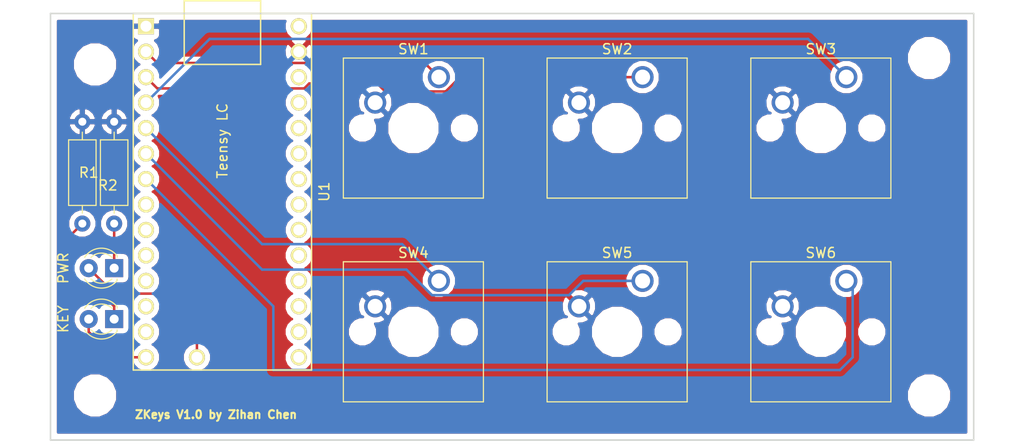
<source format=kicad_pcb>
(kicad_pcb (version 20171130) (host pcbnew "(5.0.0)")

  (general
    (thickness 1.6)
    (drawings 5)
    (tracks 49)
    (zones 0)
    (modules 15)
    (nets 31)
  )

  (page A4)
  (layers
    (0 F.Cu signal)
    (31 B.Cu signal)
    (32 B.Adhes user)
    (33 F.Adhes user)
    (34 B.Paste user)
    (35 F.Paste user)
    (36 B.SilkS user)
    (37 F.SilkS user)
    (38 B.Mask user)
    (39 F.Mask user)
    (40 Dwgs.User user)
    (41 Cmts.User user)
    (42 Eco1.User user)
    (43 Eco2.User user)
    (44 Edge.Cuts user)
    (45 Margin user)
    (46 B.CrtYd user)
    (47 F.CrtYd user)
    (48 B.Fab user)
    (49 F.Fab user)
  )

  (setup
    (last_trace_width 0.25)
    (trace_clearance 0.2)
    (zone_clearance 0.508)
    (zone_45_only no)
    (trace_min 0.2)
    (segment_width 0.2)
    (edge_width 0.15)
    (via_size 0.8)
    (via_drill 0.4)
    (via_min_size 0.4)
    (via_min_drill 0.3)
    (uvia_size 0.3)
    (uvia_drill 0.1)
    (uvias_allowed no)
    (uvia_min_size 0.2)
    (uvia_min_drill 0.1)
    (pcb_text_width 0.3)
    (pcb_text_size 1.5 1.5)
    (mod_edge_width 0.15)
    (mod_text_size 1 1)
    (mod_text_width 0.15)
    (pad_size 1.524 1.524)
    (pad_drill 0.762)
    (pad_to_mask_clearance 0.2)
    (aux_axis_origin 0 0)
    (visible_elements 7FFFFFFF)
    (pcbplotparams
      (layerselection 0x010fc_ffffffff)
      (usegerberextensions false)
      (usegerberattributes false)
      (usegerberadvancedattributes false)
      (creategerberjobfile false)
      (excludeedgelayer true)
      (linewidth 0.100000)
      (plotframeref false)
      (viasonmask false)
      (mode 1)
      (useauxorigin false)
      (hpglpennumber 1)
      (hpglpenspeed 20)
      (hpglpendiameter 15.000000)
      (psnegative false)
      (psa4output false)
      (plotreference true)
      (plotvalue true)
      (plotinvisibletext false)
      (padsonsilk false)
      (subtractmaskfromsilk false)
      (outputformat 1)
      (mirror false)
      (drillshape 1)
      (scaleselection 1)
      (outputdirectory ""))
  )

  (net 0 "")
  (net 1 "Net-(D1-Pad1)")
  (net 2 "Net-(D1-Pad2)")
  (net 3 GND)
  (net 4 BTN_PREV)
  (net 5 BTN_PLAY)
  (net 6 BTN_NEXT)
  (net 7 BTN_MUTE)
  (net 8 BTN_DEC)
  (net 9 BTN_INC)
  (net 10 "Net-(U1-Pad20)")
  (net 11 "Net-(U1-Pad21)")
  (net 12 "Net-(U1-Pad22)")
  (net 13 "Net-(U1-Pad23)")
  (net 14 "Net-(U1-Pad24)")
  (net 15 "Net-(U1-Pad25)")
  (net 16 "Net-(U1-Pad26)")
  (net 17 "Net-(U1-Pad27)")
  (net 18 "Net-(U1-Pad28)")
  (net 19 "Net-(U1-Pad29)")
  (net 20 "Net-(U1-Pad30)")
  (net 21 "Net-(U1-Pad31)")
  (net 22 "Net-(U1-Pad33)")
  (net 23 "Net-(U1-Pad13)")
  (net 24 "Net-(U1-Pad12)")
  (net 25 "Net-(U1-Pad11)")
  (net 26 "Net-(U1-Pad10)")
  (net 27 "Net-(U1-Pad9)")
  (net 28 "Net-(U1-Pad8)")
  (net 29 "Net-(D2-Pad1)")
  (net 30 "Net-(D2-Pad2)")

  (net_class Default "This is the default net class."
    (clearance 0.2)
    (trace_width 0.25)
    (via_dia 0.8)
    (via_drill 0.4)
    (uvia_dia 0.3)
    (uvia_drill 0.1)
    (add_net BTN_DEC)
    (add_net BTN_INC)
    (add_net BTN_MUTE)
    (add_net BTN_NEXT)
    (add_net BTN_PLAY)
    (add_net BTN_PREV)
    (add_net GND)
    (add_net "Net-(D1-Pad1)")
    (add_net "Net-(D1-Pad2)")
    (add_net "Net-(D2-Pad1)")
    (add_net "Net-(D2-Pad2)")
    (add_net "Net-(U1-Pad10)")
    (add_net "Net-(U1-Pad11)")
    (add_net "Net-(U1-Pad12)")
    (add_net "Net-(U1-Pad13)")
    (add_net "Net-(U1-Pad20)")
    (add_net "Net-(U1-Pad21)")
    (add_net "Net-(U1-Pad22)")
    (add_net "Net-(U1-Pad23)")
    (add_net "Net-(U1-Pad24)")
    (add_net "Net-(U1-Pad25)")
    (add_net "Net-(U1-Pad26)")
    (add_net "Net-(U1-Pad27)")
    (add_net "Net-(U1-Pad28)")
    (add_net "Net-(U1-Pad29)")
    (add_net "Net-(U1-Pad30)")
    (add_net "Net-(U1-Pad31)")
    (add_net "Net-(U1-Pad33)")
    (add_net "Net-(U1-Pad8)")
    (add_net "Net-(U1-Pad9)")
  )

  (module MountingHole:MountingHole_3.2mm_M3 (layer F.Cu) (tedit 5C85F12B) (tstamp 5C85F6F3)
    (at 69.85 127)
    (descr "Mounting Hole 3.2mm, no annular, M3")
    (tags "mounting hole 3.2mm no annular m3")
    (attr virtual)
    (fp_text reference REF** (at 0 -4.2) (layer F.SilkS) hide
      (effects (font (size 1 1) (thickness 0.15)))
    )
    (fp_text value MountingHole_3.2mm_M3 (at 0 4.2) (layer F.Fab)
      (effects (font (size 1 1) (thickness 0.15)))
    )
    (fp_circle (center 0 0) (end 3.45 0) (layer F.CrtYd) (width 0.05))
    (fp_circle (center 0 0) (end 3.2 0) (layer Cmts.User) (width 0.15))
    (fp_text user %R (at 0.3 0) (layer F.Fab)
      (effects (font (size 1 1) (thickness 0.15)))
    )
    (pad 1 np_thru_hole circle (at 0 0) (size 3.2 3.2) (drill 3.2) (layers *.Cu *.Mask))
  )

  (module MountingHole:MountingHole_3.2mm_M3 (layer F.Cu) (tedit 5C85F131) (tstamp 5C85F659)
    (at 69.85 93.98)
    (descr "Mounting Hole 3.2mm, no annular, M3")
    (tags "mounting hole 3.2mm no annular m3")
    (attr virtual)
    (fp_text reference REF** (at 0 -4.2) (layer F.SilkS) hide
      (effects (font (size 1 1) (thickness 0.15)))
    )
    (fp_text value MountingHole_3.2mm_M3 (at 0 4.2) (layer F.Fab)
      (effects (font (size 1 1) (thickness 0.15)))
    )
    (fp_text user %R (at 0.3 0) (layer F.Fab)
      (effects (font (size 1 1) (thickness 0.15)))
    )
    (fp_circle (center 0 0) (end 3.2 0) (layer Cmts.User) (width 0.15))
    (fp_circle (center 0 0) (end 3.45 0) (layer F.CrtYd) (width 0.05))
    (pad 1 np_thru_hole circle (at 0 0) (size 3.2 3.2) (drill 3.2) (layers *.Cu *.Mask))
  )

  (module Resistor_THT:R_Axial_DIN0207_L6.3mm_D2.5mm_P10.16mm_Horizontal (layer F.Cu) (tedit 5AE5139B) (tstamp 5C85F313)
    (at 71.755 109.855 90)
    (descr "Resistor, Axial_DIN0207 series, Axial, Horizontal, pin pitch=10.16mm, 0.25W = 1/4W, length*diameter=6.3*2.5mm^2, http://cdn-reichelt.de/documents/datenblatt/B400/1_4W%23YAG.pdf")
    (tags "Resistor Axial_DIN0207 series Axial Horizontal pin pitch 10.16mm 0.25W = 1/4W length 6.3mm diameter 2.5mm")
    (path /5C831E1B)
    (fp_text reference R1 (at 5.08 -2.54 -180) (layer F.SilkS)
      (effects (font (size 1 1) (thickness 0.15)))
    )
    (fp_text value R (at 5.08 2.37 90) (layer F.Fab)
      (effects (font (size 1 1) (thickness 0.15)))
    )
    (fp_line (start 1.93 -1.25) (end 1.93 1.25) (layer F.Fab) (width 0.1))
    (fp_line (start 1.93 1.25) (end 8.23 1.25) (layer F.Fab) (width 0.1))
    (fp_line (start 8.23 1.25) (end 8.23 -1.25) (layer F.Fab) (width 0.1))
    (fp_line (start 8.23 -1.25) (end 1.93 -1.25) (layer F.Fab) (width 0.1))
    (fp_line (start 0 0) (end 1.93 0) (layer F.Fab) (width 0.1))
    (fp_line (start 10.16 0) (end 8.23 0) (layer F.Fab) (width 0.1))
    (fp_line (start 1.81 -1.37) (end 1.81 1.37) (layer F.SilkS) (width 0.12))
    (fp_line (start 1.81 1.37) (end 8.35 1.37) (layer F.SilkS) (width 0.12))
    (fp_line (start 8.35 1.37) (end 8.35 -1.37) (layer F.SilkS) (width 0.12))
    (fp_line (start 8.35 -1.37) (end 1.81 -1.37) (layer F.SilkS) (width 0.12))
    (fp_line (start 1.04 0) (end 1.81 0) (layer F.SilkS) (width 0.12))
    (fp_line (start 9.12 0) (end 8.35 0) (layer F.SilkS) (width 0.12))
    (fp_line (start -1.05 -1.5) (end -1.05 1.5) (layer F.CrtYd) (width 0.05))
    (fp_line (start -1.05 1.5) (end 11.21 1.5) (layer F.CrtYd) (width 0.05))
    (fp_line (start 11.21 1.5) (end 11.21 -1.5) (layer F.CrtYd) (width 0.05))
    (fp_line (start 11.21 -1.5) (end -1.05 -1.5) (layer F.CrtYd) (width 0.05))
    (fp_text user %R (at 5.08 0 90) (layer F.Fab)
      (effects (font (size 1 1) (thickness 0.15)))
    )
    (pad 1 thru_hole circle (at 0 0 90) (size 1.6 1.6) (drill 0.8) (layers *.Cu *.Mask)
      (net 1 "Net-(D1-Pad1)"))
    (pad 2 thru_hole oval (at 10.16 0 90) (size 1.6 1.6) (drill 0.8) (layers *.Cu *.Mask)
      (net 3 GND))
    (model ${KISYS3DMOD}/Resistor_THT.3dshapes/R_Axial_DIN0207_L6.3mm_D2.5mm_P10.16mm_Horizontal.wrl
      (at (xyz 0 0 0))
      (scale (xyz 1 1 1))
      (rotate (xyz 0 0 0))
    )
  )

  (module teensy:Teensy30_31_32_LC (layer F.Cu) (tedit 5C832C42) (tstamp 5C83516C)
    (at 82.55 106.68 270)
    (path /5C831A3C)
    (fp_text reference U1 (at 0 -10.16 270) (layer F.SilkS)
      (effects (font (size 1 1) (thickness 0.15)))
    )
    (fp_text value Teensy-LC (at 0 10.16 270) (layer F.Fab)
      (effects (font (size 1 1) (thickness 0.15)))
    )
    (fp_line (start -17.78 8.89) (end -17.78 -8.89) (layer F.SilkS) (width 0.15))
    (fp_line (start 17.78 8.89) (end -17.78 8.89) (layer F.SilkS) (width 0.15))
    (fp_line (start 17.78 -8.89) (end 17.78 8.89) (layer F.SilkS) (width 0.15))
    (fp_line (start -17.78 -8.89) (end 17.78 -8.89) (layer F.SilkS) (width 0.15))
    (fp_line (start -12.7 3.81) (end -17.78 3.81) (layer F.SilkS) (width 0.15))
    (fp_line (start -12.7 -3.81) (end -17.78 -3.81) (layer F.SilkS) (width 0.15))
    (fp_line (start -12.7 3.81) (end -12.7 -3.81) (layer F.SilkS) (width 0.15))
    (fp_line (start -19.05 -3.81) (end -17.78 -3.81) (layer F.SilkS) (width 0.15))
    (fp_line (start -19.05 3.81) (end -19.05 -3.81) (layer F.SilkS) (width 0.15))
    (fp_line (start -17.78 3.81) (end -19.05 3.81) (layer F.SilkS) (width 0.15))
    (fp_text user "Teensy LC" (at -5.08 0 270) (layer F.SilkS)
      (effects (font (size 1 1) (thickness 0.15)))
    )
    (pad 1 thru_hole rect (at -16.51 7.62 270) (size 1.6 1.6) (drill 1.1) (layers *.Cu *.Mask F.SilkS)
      (net 3 GND))
    (pad 2 thru_hole circle (at -13.97 7.62 270) (size 1.6 1.6) (drill 1.1) (layers *.Cu *.Mask F.SilkS)
      (net 4 BTN_PREV))
    (pad 3 thru_hole circle (at -11.43 7.62 270) (size 1.6 1.6) (drill 1.1) (layers *.Cu *.Mask F.SilkS)
      (net 5 BTN_PLAY))
    (pad 4 thru_hole circle (at -8.89 7.62 270) (size 1.6 1.6) (drill 1.1) (layers *.Cu *.Mask F.SilkS)
      (net 6 BTN_NEXT))
    (pad 5 thru_hole circle (at -6.35 7.62 270) (size 1.6 1.6) (drill 1.1) (layers *.Cu *.Mask F.SilkS)
      (net 7 BTN_MUTE))
    (pad 6 thru_hole circle (at -3.81 7.62 270) (size 1.6 1.6) (drill 1.1) (layers *.Cu *.Mask F.SilkS)
      (net 8 BTN_DEC))
    (pad 7 thru_hole circle (at -1.27 7.62 270) (size 1.6 1.6) (drill 1.1) (layers *.Cu *.Mask F.SilkS)
      (net 9 BTN_INC))
    (pad 8 thru_hole circle (at 1.27 7.62 270) (size 1.6 1.6) (drill 1.1) (layers *.Cu *.Mask F.SilkS)
      (net 28 "Net-(U1-Pad8)"))
    (pad 9 thru_hole circle (at 3.81 7.62 270) (size 1.6 1.6) (drill 1.1) (layers *.Cu *.Mask F.SilkS)
      (net 27 "Net-(U1-Pad9)"))
    (pad 10 thru_hole circle (at 6.35 7.62 270) (size 1.6 1.6) (drill 1.1) (layers *.Cu *.Mask F.SilkS)
      (net 26 "Net-(U1-Pad10)"))
    (pad 11 thru_hole circle (at 8.89 7.62 270) (size 1.6 1.6) (drill 1.1) (layers *.Cu *.Mask F.SilkS)
      (net 25 "Net-(U1-Pad11)"))
    (pad 12 thru_hole circle (at 11.43 7.62 270) (size 1.6 1.6) (drill 1.1) (layers *.Cu *.Mask F.SilkS)
      (net 24 "Net-(U1-Pad12)"))
    (pad 13 thru_hole circle (at 13.97 7.62 270) (size 1.6 1.6) (drill 1.1) (layers *.Cu *.Mask F.SilkS)
      (net 23 "Net-(U1-Pad13)"))
    (pad 33 thru_hole circle (at -16.51 -7.62 270) (size 1.6 1.6) (drill 1.1) (layers *.Cu *.Mask F.SilkS)
      (net 22 "Net-(U1-Pad33)"))
    (pad 32 thru_hole circle (at -13.97 -7.62 270) (size 1.6 1.6) (drill 1.1) (layers *.Cu *.Mask F.SilkS)
      (net 3 GND))
    (pad 31 thru_hole circle (at -11.43 -7.62 270) (size 1.6 1.6) (drill 1.1) (layers *.Cu *.Mask F.SilkS)
      (net 21 "Net-(U1-Pad31)"))
    (pad 30 thru_hole circle (at -8.89 -7.62 270) (size 1.6 1.6) (drill 1.1) (layers *.Cu *.Mask F.SilkS)
      (net 20 "Net-(U1-Pad30)"))
    (pad 29 thru_hole circle (at -6.35 -7.62 270) (size 1.6 1.6) (drill 1.1) (layers *.Cu *.Mask F.SilkS)
      (net 19 "Net-(U1-Pad29)"))
    (pad 28 thru_hole circle (at -3.81 -7.62 270) (size 1.6 1.6) (drill 1.1) (layers *.Cu *.Mask F.SilkS)
      (net 18 "Net-(U1-Pad28)"))
    (pad 27 thru_hole circle (at -1.27 -7.62 270) (size 1.6 1.6) (drill 1.1) (layers *.Cu *.Mask F.SilkS)
      (net 17 "Net-(U1-Pad27)"))
    (pad 26 thru_hole circle (at 1.27 -7.62 270) (size 1.6 1.6) (drill 1.1) (layers *.Cu *.Mask F.SilkS)
      (net 16 "Net-(U1-Pad26)"))
    (pad 25 thru_hole circle (at 3.81 -7.62 270) (size 1.6 1.6) (drill 1.1) (layers *.Cu *.Mask F.SilkS)
      (net 15 "Net-(U1-Pad25)"))
    (pad 24 thru_hole circle (at 6.35 -7.62 270) (size 1.6 1.6) (drill 1.1) (layers *.Cu *.Mask F.SilkS)
      (net 14 "Net-(U1-Pad24)"))
    (pad 23 thru_hole circle (at 8.89 -7.62 270) (size 1.6 1.6) (drill 1.1) (layers *.Cu *.Mask F.SilkS)
      (net 13 "Net-(U1-Pad23)"))
    (pad 22 thru_hole circle (at 11.43 -7.62 270) (size 1.6 1.6) (drill 1.1) (layers *.Cu *.Mask F.SilkS)
      (net 12 "Net-(U1-Pad22)"))
    (pad 21 thru_hole circle (at 13.97 -7.62 270) (size 1.6 1.6) (drill 1.1) (layers *.Cu *.Mask F.SilkS)
      (net 11 "Net-(U1-Pad21)"))
    (pad 14 thru_hole circle (at 16.51 7.62 270) (size 1.6 1.6) (drill 1.1) (layers *.Cu *.Mask F.SilkS)
      (net 30 "Net-(D2-Pad2)"))
    (pad 16 thru_hole circle (at 16.51 2.54 270) (size 1.6 1.6) (drill 1.1) (layers *.Cu *.Mask F.SilkS)
      (net 2 "Net-(D1-Pad2)"))
    (pad 20 thru_hole circle (at 16.51 -7.62 270) (size 1.6 1.6) (drill 1.1) (layers *.Cu *.Mask F.SilkS)
      (net 10 "Net-(U1-Pad20)"))
  )

  (module LED_THT:LED_D3.0mm (layer F.Cu) (tedit 5C85F150) (tstamp 5C8F6462)
    (at 71.755 114.3 180)
    (descr "LED, diameter 3.0mm, 2 pins")
    (tags "LED diameter 3.0mm 2 pins")
    (path /5C831CEC)
    (fp_text reference PWR (at 5.08 0 270) (layer F.SilkS)
      (effects (font (size 1 1) (thickness 0.15)))
    )
    (fp_text value LED (at 1.27 2.96 180) (layer F.Fab)
      (effects (font (size 1 1) (thickness 0.15)))
    )
    (fp_arc (start 1.27 0) (end -0.23 -1.16619) (angle 284.3) (layer F.Fab) (width 0.1))
    (fp_arc (start 1.27 0) (end -0.29 -1.235516) (angle 108.8) (layer F.SilkS) (width 0.12))
    (fp_arc (start 1.27 0) (end -0.29 1.235516) (angle -108.8) (layer F.SilkS) (width 0.12))
    (fp_arc (start 1.27 0) (end 0.229039 -1.08) (angle 87.9) (layer F.SilkS) (width 0.12))
    (fp_arc (start 1.27 0) (end 0.229039 1.08) (angle -87.9) (layer F.SilkS) (width 0.12))
    (fp_circle (center 1.27 0) (end 2.77 0) (layer F.Fab) (width 0.1))
    (fp_line (start -0.23 -1.16619) (end -0.23 1.16619) (layer F.Fab) (width 0.1))
    (fp_line (start -0.29 -1.236) (end -0.29 -1.08) (layer F.SilkS) (width 0.12))
    (fp_line (start -0.29 1.08) (end -0.29 1.236) (layer F.SilkS) (width 0.12))
    (fp_line (start -1.15 -2.25) (end -1.15 2.25) (layer F.CrtYd) (width 0.05))
    (fp_line (start -1.15 2.25) (end 3.7 2.25) (layer F.CrtYd) (width 0.05))
    (fp_line (start 3.7 2.25) (end 3.7 -2.25) (layer F.CrtYd) (width 0.05))
    (fp_line (start 3.7 -2.25) (end -1.15 -2.25) (layer F.CrtYd) (width 0.05))
    (pad 1 thru_hole rect (at 0 0 180) (size 1.8 1.8) (drill 0.9) (layers *.Cu *.Mask)
      (net 1 "Net-(D1-Pad1)"))
    (pad 2 thru_hole circle (at 2.54 0 180) (size 1.8 1.8) (drill 0.9) (layers *.Cu *.Mask)
      (net 2 "Net-(D1-Pad2)"))
    (model ${KISYS3DMOD}/LED_THT.3dshapes/LED_D3.0mm.wrl
      (at (xyz 0 0 0))
      (scale (xyz 1 1 1))
      (rotate (xyz 0 0 0))
    )
  )

  (module Button_Switch_Keyboard:SW_Cherry_MX1A_1.00u_PCB (layer F.Cu) (tedit 5A02FE24) (tstamp 5C8F6493)
    (at 104.14 95.25)
    (descr "Cherry MX keyswitch, MX1A, 1.00u, PCB mount, http://cherryamericas.com/wp-content/uploads/2014/12/mx_cat.pdf")
    (tags "cherry mx keyswitch MX1A 1.00u PCB")
    (path /5C832021)
    (fp_text reference SW1 (at -2.54 -2.794) (layer F.SilkS)
      (effects (font (size 1 1) (thickness 0.15)))
    )
    (fp_text value SW_Push (at -2.54 12.954) (layer F.Fab)
      (effects (font (size 1 1) (thickness 0.15)))
    )
    (fp_text user %R (at -2.54 -2.794) (layer F.Fab)
      (effects (font (size 1 1) (thickness 0.15)))
    )
    (fp_line (start -8.89 -1.27) (end 3.81 -1.27) (layer F.Fab) (width 0.15))
    (fp_line (start 3.81 -1.27) (end 3.81 11.43) (layer F.Fab) (width 0.15))
    (fp_line (start 3.81 11.43) (end -8.89 11.43) (layer F.Fab) (width 0.15))
    (fp_line (start -8.89 11.43) (end -8.89 -1.27) (layer F.Fab) (width 0.15))
    (fp_line (start -9.14 11.68) (end -9.14 -1.52) (layer F.CrtYd) (width 0.05))
    (fp_line (start 4.06 11.68) (end -9.14 11.68) (layer F.CrtYd) (width 0.05))
    (fp_line (start 4.06 -1.52) (end 4.06 11.68) (layer F.CrtYd) (width 0.05))
    (fp_line (start -9.14 -1.52) (end 4.06 -1.52) (layer F.CrtYd) (width 0.05))
    (fp_line (start -12.065 -4.445) (end 6.985 -4.445) (layer Dwgs.User) (width 0.15))
    (fp_line (start 6.985 -4.445) (end 6.985 14.605) (layer Dwgs.User) (width 0.15))
    (fp_line (start 6.985 14.605) (end -12.065 14.605) (layer Dwgs.User) (width 0.15))
    (fp_line (start -12.065 14.605) (end -12.065 -4.445) (layer Dwgs.User) (width 0.15))
    (fp_line (start -9.525 -1.905) (end 4.445 -1.905) (layer F.SilkS) (width 0.12))
    (fp_line (start 4.445 -1.905) (end 4.445 12.065) (layer F.SilkS) (width 0.12))
    (fp_line (start 4.445 12.065) (end -9.525 12.065) (layer F.SilkS) (width 0.12))
    (fp_line (start -9.525 12.065) (end -9.525 -1.905) (layer F.SilkS) (width 0.12))
    (pad 1 thru_hole circle (at 0 0) (size 2.2 2.2) (drill 1.5) (layers *.Cu *.Mask)
      (net 4 BTN_PREV))
    (pad 2 thru_hole circle (at -6.35 2.54) (size 2.2 2.2) (drill 1.5) (layers *.Cu *.Mask)
      (net 3 GND))
    (pad "" np_thru_hole circle (at -2.54 5.08) (size 4 4) (drill 4) (layers *.Cu *.Mask))
    (pad "" np_thru_hole circle (at -7.62 5.08) (size 1.7 1.7) (drill 1.7) (layers *.Cu *.Mask))
    (pad "" np_thru_hole circle (at 2.54 5.08) (size 1.7 1.7) (drill 1.7) (layers *.Cu *.Mask))
    (model ${KISYS3DMOD}/Button_Switch_Keyboard.3dshapes/SW_Cherry_MX1A_1.00u_PCB.wrl
      (at (xyz 0 0 0))
      (scale (xyz 1 1 1))
      (rotate (xyz 0 0 0))
    )
  )

  (module Button_Switch_Keyboard:SW_Cherry_MX1A_1.00u_PCB (layer F.Cu) (tedit 5A02FE24) (tstamp 5C85F016)
    (at 124.46 95.25)
    (descr "Cherry MX keyswitch, MX1A, 1.00u, PCB mount, http://cherryamericas.com/wp-content/uploads/2014/12/mx_cat.pdf")
    (tags "cherry mx keyswitch MX1A 1.00u PCB")
    (path /5C8320FD)
    (fp_text reference SW2 (at -2.54 -2.794) (layer F.SilkS)
      (effects (font (size 1 1) (thickness 0.15)))
    )
    (fp_text value SW_Push (at -2.54 12.954) (layer F.Fab)
      (effects (font (size 1 1) (thickness 0.15)))
    )
    (fp_line (start -9.525 12.065) (end -9.525 -1.905) (layer F.SilkS) (width 0.12))
    (fp_line (start 4.445 12.065) (end -9.525 12.065) (layer F.SilkS) (width 0.12))
    (fp_line (start 4.445 -1.905) (end 4.445 12.065) (layer F.SilkS) (width 0.12))
    (fp_line (start -9.525 -1.905) (end 4.445 -1.905) (layer F.SilkS) (width 0.12))
    (fp_line (start -12.065 14.605) (end -12.065 -4.445) (layer Dwgs.User) (width 0.15))
    (fp_line (start 6.985 14.605) (end -12.065 14.605) (layer Dwgs.User) (width 0.15))
    (fp_line (start 6.985 -4.445) (end 6.985 14.605) (layer Dwgs.User) (width 0.15))
    (fp_line (start -12.065 -4.445) (end 6.985 -4.445) (layer Dwgs.User) (width 0.15))
    (fp_line (start -9.14 -1.52) (end 4.06 -1.52) (layer F.CrtYd) (width 0.05))
    (fp_line (start 4.06 -1.52) (end 4.06 11.68) (layer F.CrtYd) (width 0.05))
    (fp_line (start 4.06 11.68) (end -9.14 11.68) (layer F.CrtYd) (width 0.05))
    (fp_line (start -9.14 11.68) (end -9.14 -1.52) (layer F.CrtYd) (width 0.05))
    (fp_line (start -8.89 11.43) (end -8.89 -1.27) (layer F.Fab) (width 0.15))
    (fp_line (start 3.81 11.43) (end -8.89 11.43) (layer F.Fab) (width 0.15))
    (fp_line (start 3.81 -1.27) (end 3.81 11.43) (layer F.Fab) (width 0.15))
    (fp_line (start -8.89 -1.27) (end 3.81 -1.27) (layer F.Fab) (width 0.15))
    (fp_text user %R (at -2.54 -2.794) (layer F.Fab)
      (effects (font (size 1 1) (thickness 0.15)))
    )
    (pad "" np_thru_hole circle (at 2.54 5.08) (size 1.7 1.7) (drill 1.7) (layers *.Cu *.Mask))
    (pad "" np_thru_hole circle (at -7.62 5.08) (size 1.7 1.7) (drill 1.7) (layers *.Cu *.Mask))
    (pad "" np_thru_hole circle (at -2.54 5.08) (size 4 4) (drill 4) (layers *.Cu *.Mask))
    (pad 2 thru_hole circle (at -6.35 2.54) (size 2.2 2.2) (drill 1.5) (layers *.Cu *.Mask)
      (net 3 GND))
    (pad 1 thru_hole circle (at 0 0) (size 2.2 2.2) (drill 1.5) (layers *.Cu *.Mask)
      (net 5 BTN_PLAY))
    (model ${KISYS3DMOD}/Button_Switch_Keyboard.3dshapes/SW_Cherry_MX1A_1.00u_PCB.wrl
      (at (xyz 0 0 0))
      (scale (xyz 1 1 1))
      (rotate (xyz 0 0 0))
    )
  )

  (module Button_Switch_Keyboard:SW_Cherry_MX1A_1.00u_PCB (layer F.Cu) (tedit 5A02FE24) (tstamp 5C8F64C7)
    (at 144.78 95.25)
    (descr "Cherry MX keyswitch, MX1A, 1.00u, PCB mount, http://cherryamericas.com/wp-content/uploads/2014/12/mx_cat.pdf")
    (tags "cherry mx keyswitch MX1A 1.00u PCB")
    (path /5C832125)
    (fp_text reference SW3 (at -2.54 -2.794) (layer F.SilkS)
      (effects (font (size 1 1) (thickness 0.15)))
    )
    (fp_text value SW_Push (at -2.54 12.954) (layer F.Fab)
      (effects (font (size 1 1) (thickness 0.15)))
    )
    (fp_text user %R (at -2.54 -2.794) (layer F.Fab)
      (effects (font (size 1 1) (thickness 0.15)))
    )
    (fp_line (start -8.89 -1.27) (end 3.81 -1.27) (layer F.Fab) (width 0.15))
    (fp_line (start 3.81 -1.27) (end 3.81 11.43) (layer F.Fab) (width 0.15))
    (fp_line (start 3.81 11.43) (end -8.89 11.43) (layer F.Fab) (width 0.15))
    (fp_line (start -8.89 11.43) (end -8.89 -1.27) (layer F.Fab) (width 0.15))
    (fp_line (start -9.14 11.68) (end -9.14 -1.52) (layer F.CrtYd) (width 0.05))
    (fp_line (start 4.06 11.68) (end -9.14 11.68) (layer F.CrtYd) (width 0.05))
    (fp_line (start 4.06 -1.52) (end 4.06 11.68) (layer F.CrtYd) (width 0.05))
    (fp_line (start -9.14 -1.52) (end 4.06 -1.52) (layer F.CrtYd) (width 0.05))
    (fp_line (start -12.065 -4.445) (end 6.985 -4.445) (layer Dwgs.User) (width 0.15))
    (fp_line (start 6.985 -4.445) (end 6.985 14.605) (layer Dwgs.User) (width 0.15))
    (fp_line (start 6.985 14.605) (end -12.065 14.605) (layer Dwgs.User) (width 0.15))
    (fp_line (start -12.065 14.605) (end -12.065 -4.445) (layer Dwgs.User) (width 0.15))
    (fp_line (start -9.525 -1.905) (end 4.445 -1.905) (layer F.SilkS) (width 0.12))
    (fp_line (start 4.445 -1.905) (end 4.445 12.065) (layer F.SilkS) (width 0.12))
    (fp_line (start 4.445 12.065) (end -9.525 12.065) (layer F.SilkS) (width 0.12))
    (fp_line (start -9.525 12.065) (end -9.525 -1.905) (layer F.SilkS) (width 0.12))
    (pad 1 thru_hole circle (at 0 0) (size 2.2 2.2) (drill 1.5) (layers *.Cu *.Mask)
      (net 6 BTN_NEXT))
    (pad 2 thru_hole circle (at -6.35 2.54) (size 2.2 2.2) (drill 1.5) (layers *.Cu *.Mask)
      (net 3 GND))
    (pad "" np_thru_hole circle (at -2.54 5.08) (size 4 4) (drill 4) (layers *.Cu *.Mask))
    (pad "" np_thru_hole circle (at -7.62 5.08) (size 1.7 1.7) (drill 1.7) (layers *.Cu *.Mask))
    (pad "" np_thru_hole circle (at 2.54 5.08) (size 1.7 1.7) (drill 1.7) (layers *.Cu *.Mask))
    (model ${KISYS3DMOD}/Button_Switch_Keyboard.3dshapes/SW_Cherry_MX1A_1.00u_PCB.wrl
      (at (xyz 0 0 0))
      (scale (xyz 1 1 1))
      (rotate (xyz 0 0 0))
    )
  )

  (module Button_Switch_Keyboard:SW_Cherry_MX1A_1.00u_PCB (layer F.Cu) (tedit 5A02FE24) (tstamp 5C8F64E1)
    (at 104.14 115.57)
    (descr "Cherry MX keyswitch, MX1A, 1.00u, PCB mount, http://cherryamericas.com/wp-content/uploads/2014/12/mx_cat.pdf")
    (tags "cherry mx keyswitch MX1A 1.00u PCB")
    (path /5C8321B7)
    (fp_text reference SW4 (at -2.54 -2.794) (layer F.SilkS)
      (effects (font (size 1 1) (thickness 0.15)))
    )
    (fp_text value SW_Push (at -2.54 12.954) (layer F.Fab)
      (effects (font (size 1 1) (thickness 0.15)))
    )
    (fp_line (start -9.525 12.065) (end -9.525 -1.905) (layer F.SilkS) (width 0.12))
    (fp_line (start 4.445 12.065) (end -9.525 12.065) (layer F.SilkS) (width 0.12))
    (fp_line (start 4.445 -1.905) (end 4.445 12.065) (layer F.SilkS) (width 0.12))
    (fp_line (start -9.525 -1.905) (end 4.445 -1.905) (layer F.SilkS) (width 0.12))
    (fp_line (start -12.065 14.605) (end -12.065 -4.445) (layer Dwgs.User) (width 0.15))
    (fp_line (start 6.985 14.605) (end -12.065 14.605) (layer Dwgs.User) (width 0.15))
    (fp_line (start 6.985 -4.445) (end 6.985 14.605) (layer Dwgs.User) (width 0.15))
    (fp_line (start -12.065 -4.445) (end 6.985 -4.445) (layer Dwgs.User) (width 0.15))
    (fp_line (start -9.14 -1.52) (end 4.06 -1.52) (layer F.CrtYd) (width 0.05))
    (fp_line (start 4.06 -1.52) (end 4.06 11.68) (layer F.CrtYd) (width 0.05))
    (fp_line (start 4.06 11.68) (end -9.14 11.68) (layer F.CrtYd) (width 0.05))
    (fp_line (start -9.14 11.68) (end -9.14 -1.52) (layer F.CrtYd) (width 0.05))
    (fp_line (start -8.89 11.43) (end -8.89 -1.27) (layer F.Fab) (width 0.15))
    (fp_line (start 3.81 11.43) (end -8.89 11.43) (layer F.Fab) (width 0.15))
    (fp_line (start 3.81 -1.27) (end 3.81 11.43) (layer F.Fab) (width 0.15))
    (fp_line (start -8.89 -1.27) (end 3.81 -1.27) (layer F.Fab) (width 0.15))
    (fp_text user %R (at -2.54 -2.794) (layer F.Fab)
      (effects (font (size 1 1) (thickness 0.15)))
    )
    (pad "" np_thru_hole circle (at 2.54 5.08) (size 1.7 1.7) (drill 1.7) (layers *.Cu *.Mask))
    (pad "" np_thru_hole circle (at -7.62 5.08) (size 1.7 1.7) (drill 1.7) (layers *.Cu *.Mask))
    (pad "" np_thru_hole circle (at -2.54 5.08) (size 4 4) (drill 4) (layers *.Cu *.Mask))
    (pad 2 thru_hole circle (at -6.35 2.54) (size 2.2 2.2) (drill 1.5) (layers *.Cu *.Mask)
      (net 3 GND))
    (pad 1 thru_hole circle (at 0 0) (size 2.2 2.2) (drill 1.5) (layers *.Cu *.Mask)
      (net 7 BTN_MUTE))
    (model ${KISYS3DMOD}/Button_Switch_Keyboard.3dshapes/SW_Cherry_MX1A_1.00u_PCB.wrl
      (at (xyz 0 0 0))
      (scale (xyz 1 1 1))
      (rotate (xyz 0 0 0))
    )
  )

  (module Button_Switch_Keyboard:SW_Cherry_MX1A_1.00u_PCB (layer F.Cu) (tedit 5A02FE24) (tstamp 5C8F64FB)
    (at 124.46 115.57)
    (descr "Cherry MX keyswitch, MX1A, 1.00u, PCB mount, http://cherryamericas.com/wp-content/uploads/2014/12/mx_cat.pdf")
    (tags "cherry mx keyswitch MX1A 1.00u PCB")
    (path /5C8321DD)
    (fp_text reference SW5 (at -2.54 -2.794) (layer F.SilkS)
      (effects (font (size 1 1) (thickness 0.15)))
    )
    (fp_text value SW_Push (at -2.54 12.954) (layer F.Fab)
      (effects (font (size 1 1) (thickness 0.15)))
    )
    (fp_text user %R (at -2.54 -2.794) (layer F.Fab)
      (effects (font (size 1 1) (thickness 0.15)))
    )
    (fp_line (start -8.89 -1.27) (end 3.81 -1.27) (layer F.Fab) (width 0.15))
    (fp_line (start 3.81 -1.27) (end 3.81 11.43) (layer F.Fab) (width 0.15))
    (fp_line (start 3.81 11.43) (end -8.89 11.43) (layer F.Fab) (width 0.15))
    (fp_line (start -8.89 11.43) (end -8.89 -1.27) (layer F.Fab) (width 0.15))
    (fp_line (start -9.14 11.68) (end -9.14 -1.52) (layer F.CrtYd) (width 0.05))
    (fp_line (start 4.06 11.68) (end -9.14 11.68) (layer F.CrtYd) (width 0.05))
    (fp_line (start 4.06 -1.52) (end 4.06 11.68) (layer F.CrtYd) (width 0.05))
    (fp_line (start -9.14 -1.52) (end 4.06 -1.52) (layer F.CrtYd) (width 0.05))
    (fp_line (start -12.065 -4.445) (end 6.985 -4.445) (layer Dwgs.User) (width 0.15))
    (fp_line (start 6.985 -4.445) (end 6.985 14.605) (layer Dwgs.User) (width 0.15))
    (fp_line (start 6.985 14.605) (end -12.065 14.605) (layer Dwgs.User) (width 0.15))
    (fp_line (start -12.065 14.605) (end -12.065 -4.445) (layer Dwgs.User) (width 0.15))
    (fp_line (start -9.525 -1.905) (end 4.445 -1.905) (layer F.SilkS) (width 0.12))
    (fp_line (start 4.445 -1.905) (end 4.445 12.065) (layer F.SilkS) (width 0.12))
    (fp_line (start 4.445 12.065) (end -9.525 12.065) (layer F.SilkS) (width 0.12))
    (fp_line (start -9.525 12.065) (end -9.525 -1.905) (layer F.SilkS) (width 0.12))
    (pad 1 thru_hole circle (at 0 0) (size 2.2 2.2) (drill 1.5) (layers *.Cu *.Mask)
      (net 8 BTN_DEC))
    (pad 2 thru_hole circle (at -6.35 2.54) (size 2.2 2.2) (drill 1.5) (layers *.Cu *.Mask)
      (net 3 GND))
    (pad "" np_thru_hole circle (at -2.54 5.08) (size 4 4) (drill 4) (layers *.Cu *.Mask))
    (pad "" np_thru_hole circle (at -7.62 5.08) (size 1.7 1.7) (drill 1.7) (layers *.Cu *.Mask))
    (pad "" np_thru_hole circle (at 2.54 5.08) (size 1.7 1.7) (drill 1.7) (layers *.Cu *.Mask))
    (model ${KISYS3DMOD}/Button_Switch_Keyboard.3dshapes/SW_Cherry_MX1A_1.00u_PCB.wrl
      (at (xyz 0 0 0))
      (scale (xyz 1 1 1))
      (rotate (xyz 0 0 0))
    )
  )

  (module Button_Switch_Keyboard:SW_Cherry_MX1A_1.00u_PCB (layer F.Cu) (tedit 5A02FE24) (tstamp 5C8F6515)
    (at 144.78 115.57)
    (descr "Cherry MX keyswitch, MX1A, 1.00u, PCB mount, http://cherryamericas.com/wp-content/uploads/2014/12/mx_cat.pdf")
    (tags "cherry mx keyswitch MX1A 1.00u PCB")
    (path /5C83220B)
    (fp_text reference SW6 (at -2.54 -2.794) (layer F.SilkS)
      (effects (font (size 1 1) (thickness 0.15)))
    )
    (fp_text value SW_Push (at -2.54 12.954) (layer F.Fab)
      (effects (font (size 1 1) (thickness 0.15)))
    )
    (fp_line (start -9.525 12.065) (end -9.525 -1.905) (layer F.SilkS) (width 0.12))
    (fp_line (start 4.445 12.065) (end -9.525 12.065) (layer F.SilkS) (width 0.12))
    (fp_line (start 4.445 -1.905) (end 4.445 12.065) (layer F.SilkS) (width 0.12))
    (fp_line (start -9.525 -1.905) (end 4.445 -1.905) (layer F.SilkS) (width 0.12))
    (fp_line (start -12.065 14.605) (end -12.065 -4.445) (layer Dwgs.User) (width 0.15))
    (fp_line (start 6.985 14.605) (end -12.065 14.605) (layer Dwgs.User) (width 0.15))
    (fp_line (start 6.985 -4.445) (end 6.985 14.605) (layer Dwgs.User) (width 0.15))
    (fp_line (start -12.065 -4.445) (end 6.985 -4.445) (layer Dwgs.User) (width 0.15))
    (fp_line (start -9.14 -1.52) (end 4.06 -1.52) (layer F.CrtYd) (width 0.05))
    (fp_line (start 4.06 -1.52) (end 4.06 11.68) (layer F.CrtYd) (width 0.05))
    (fp_line (start 4.06 11.68) (end -9.14 11.68) (layer F.CrtYd) (width 0.05))
    (fp_line (start -9.14 11.68) (end -9.14 -1.52) (layer F.CrtYd) (width 0.05))
    (fp_line (start -8.89 11.43) (end -8.89 -1.27) (layer F.Fab) (width 0.15))
    (fp_line (start 3.81 11.43) (end -8.89 11.43) (layer F.Fab) (width 0.15))
    (fp_line (start 3.81 -1.27) (end 3.81 11.43) (layer F.Fab) (width 0.15))
    (fp_line (start -8.89 -1.27) (end 3.81 -1.27) (layer F.Fab) (width 0.15))
    (fp_text user %R (at -2.54 -2.794) (layer F.Fab)
      (effects (font (size 1 1) (thickness 0.15)))
    )
    (pad "" np_thru_hole circle (at 2.54 5.08) (size 1.7 1.7) (drill 1.7) (layers *.Cu *.Mask))
    (pad "" np_thru_hole circle (at -7.62 5.08) (size 1.7 1.7) (drill 1.7) (layers *.Cu *.Mask))
    (pad "" np_thru_hole circle (at -2.54 5.08) (size 4 4) (drill 4) (layers *.Cu *.Mask))
    (pad 2 thru_hole circle (at -6.35 2.54) (size 2.2 2.2) (drill 1.5) (layers *.Cu *.Mask)
      (net 3 GND))
    (pad 1 thru_hole circle (at 0 0) (size 2.2 2.2) (drill 1.5) (layers *.Cu *.Mask)
      (net 9 BTN_INC))
    (model ${KISYS3DMOD}/Button_Switch_Keyboard.3dshapes/SW_Cherry_MX1A_1.00u_PCB.wrl
      (at (xyz 0 0 0))
      (scale (xyz 1 1 1))
      (rotate (xyz 0 0 0))
    )
  )

  (module LED_THT:LED_D3.0mm (layer F.Cu) (tedit 5C85F154) (tstamp 5CA77CF1)
    (at 71.755 119.38 180)
    (descr "LED, diameter 3.0mm, 2 pins")
    (tags "LED diameter 3.0mm 2 pins")
    (path /5C832B48)
    (fp_text reference KEY (at 5.08 0 270) (layer F.SilkS)
      (effects (font (size 1 1) (thickness 0.15)))
    )
    (fp_text value LED (at 1.27 2.96 180) (layer F.Fab)
      (effects (font (size 1 1) (thickness 0.15)))
    )
    (fp_line (start 3.7 -2.25) (end -1.15 -2.25) (layer F.CrtYd) (width 0.05))
    (fp_line (start 3.7 2.25) (end 3.7 -2.25) (layer F.CrtYd) (width 0.05))
    (fp_line (start -1.15 2.25) (end 3.7 2.25) (layer F.CrtYd) (width 0.05))
    (fp_line (start -1.15 -2.25) (end -1.15 2.25) (layer F.CrtYd) (width 0.05))
    (fp_line (start -0.29 1.08) (end -0.29 1.236) (layer F.SilkS) (width 0.12))
    (fp_line (start -0.29 -1.236) (end -0.29 -1.08) (layer F.SilkS) (width 0.12))
    (fp_line (start -0.23 -1.16619) (end -0.23 1.16619) (layer F.Fab) (width 0.1))
    (fp_circle (center 1.27 0) (end 2.77 0) (layer F.Fab) (width 0.1))
    (fp_arc (start 1.27 0) (end 0.229039 1.08) (angle -87.9) (layer F.SilkS) (width 0.12))
    (fp_arc (start 1.27 0) (end 0.229039 -1.08) (angle 87.9) (layer F.SilkS) (width 0.12))
    (fp_arc (start 1.27 0) (end -0.29 1.235516) (angle -108.8) (layer F.SilkS) (width 0.12))
    (fp_arc (start 1.27 0) (end -0.29 -1.235516) (angle 108.8) (layer F.SilkS) (width 0.12))
    (fp_arc (start 1.27 0) (end -0.23 -1.16619) (angle 284.3) (layer F.Fab) (width 0.1))
    (pad 2 thru_hole circle (at 2.54 0 180) (size 1.8 1.8) (drill 0.9) (layers *.Cu *.Mask)
      (net 30 "Net-(D2-Pad2)"))
    (pad 1 thru_hole rect (at 0 0 180) (size 1.8 1.8) (drill 0.9) (layers *.Cu *.Mask)
      (net 29 "Net-(D2-Pad1)"))
    (model ${KISYS3DMOD}/LED_THT.3dshapes/LED_D3.0mm.wrl
      (at (xyz 0 0 0))
      (scale (xyz 1 1 1))
      (rotate (xyz 0 0 0))
    )
  )

  (module Resistor_THT:R_Axial_DIN0207_L6.3mm_D2.5mm_P10.16mm_Horizontal (layer F.Cu) (tedit 5AE5139B) (tstamp 5C8601E9)
    (at 68.58 109.855 90)
    (descr "Resistor, Axial_DIN0207 series, Axial, Horizontal, pin pitch=10.16mm, 0.25W = 1/4W, length*diameter=6.3*2.5mm^2, http://cdn-reichelt.de/documents/datenblatt/B400/1_4W%23YAG.pdf")
    (tags "Resistor Axial_DIN0207 series Axial Horizontal pin pitch 10.16mm 0.25W = 1/4W length 6.3mm diameter 2.5mm")
    (path /5C832DA0)
    (fp_text reference R2 (at 3.81 2.54 180) (layer F.SilkS)
      (effects (font (size 1 1) (thickness 0.15)))
    )
    (fp_text value R (at 5.08 2.37 90) (layer F.Fab)
      (effects (font (size 1 1) (thickness 0.15)))
    )
    (fp_text user %R (at 5.08 0 90) (layer F.Fab)
      (effects (font (size 1 1) (thickness 0.15)))
    )
    (fp_line (start 11.21 -1.5) (end -1.05 -1.5) (layer F.CrtYd) (width 0.05))
    (fp_line (start 11.21 1.5) (end 11.21 -1.5) (layer F.CrtYd) (width 0.05))
    (fp_line (start -1.05 1.5) (end 11.21 1.5) (layer F.CrtYd) (width 0.05))
    (fp_line (start -1.05 -1.5) (end -1.05 1.5) (layer F.CrtYd) (width 0.05))
    (fp_line (start 9.12 0) (end 8.35 0) (layer F.SilkS) (width 0.12))
    (fp_line (start 1.04 0) (end 1.81 0) (layer F.SilkS) (width 0.12))
    (fp_line (start 8.35 -1.37) (end 1.81 -1.37) (layer F.SilkS) (width 0.12))
    (fp_line (start 8.35 1.37) (end 8.35 -1.37) (layer F.SilkS) (width 0.12))
    (fp_line (start 1.81 1.37) (end 8.35 1.37) (layer F.SilkS) (width 0.12))
    (fp_line (start 1.81 -1.37) (end 1.81 1.37) (layer F.SilkS) (width 0.12))
    (fp_line (start 10.16 0) (end 8.23 0) (layer F.Fab) (width 0.1))
    (fp_line (start 0 0) (end 1.93 0) (layer F.Fab) (width 0.1))
    (fp_line (start 8.23 -1.25) (end 1.93 -1.25) (layer F.Fab) (width 0.1))
    (fp_line (start 8.23 1.25) (end 8.23 -1.25) (layer F.Fab) (width 0.1))
    (fp_line (start 1.93 1.25) (end 8.23 1.25) (layer F.Fab) (width 0.1))
    (fp_line (start 1.93 -1.25) (end 1.93 1.25) (layer F.Fab) (width 0.1))
    (pad 2 thru_hole oval (at 10.16 0 90) (size 1.6 1.6) (drill 0.8) (layers *.Cu *.Mask)
      (net 3 GND))
    (pad 1 thru_hole circle (at 0 0 90) (size 1.6 1.6) (drill 0.8) (layers *.Cu *.Mask)
      (net 29 "Net-(D2-Pad1)"))
    (model ${KISYS3DMOD}/Resistor_THT.3dshapes/R_Axial_DIN0207_L6.3mm_D2.5mm_P10.16mm_Horizontal.wrl
      (at (xyz 0 0 0))
      (scale (xyz 1 1 1))
      (rotate (xyz 0 0 0))
    )
  )

  (module MountingHole:MountingHole_3.2mm_M3 (layer F.Cu) (tedit 5C85F11E) (tstamp 5C833D6A)
    (at 153.035 93.345)
    (descr "Mounting Hole 3.2mm, no annular, M3")
    (tags "mounting hole 3.2mm no annular m3")
    (attr virtual)
    (fp_text reference REF** (at 0.635 -5.715) (layer F.SilkS) hide
      (effects (font (size 1 1) (thickness 0.15)))
    )
    (fp_text value MountingHole_3.2mm_M3 (at 0 4.2) (layer F.Fab)
      (effects (font (size 1 1) (thickness 0.15)))
    )
    (fp_circle (center 0 0) (end 3.45 0) (layer F.CrtYd) (width 0.05))
    (fp_circle (center 0 0) (end 3.2 0) (layer Cmts.User) (width 0.15))
    (fp_text user %R (at 0.3 0) (layer F.Fab)
      (effects (font (size 1 1) (thickness 0.15)))
    )
    (pad 1 np_thru_hole circle (at 0 0) (size 3.2 3.2) (drill 3.2) (layers *.Cu *.Mask))
  )

  (module MountingHole:MountingHole_3.2mm_M3 (layer F.Cu) (tedit 5C85F126) (tstamp 5C85F6C0)
    (at 153.035 127)
    (descr "Mounting Hole 3.2mm, no annular, M3")
    (tags "mounting hole 3.2mm no annular m3")
    (attr virtual)
    (fp_text reference REF** (at 0 -4.2) (layer F.SilkS) hide
      (effects (font (size 1 1) (thickness 0.15)))
    )
    (fp_text value MountingHole_3.2mm_M3 (at 0 4.2) (layer F.Fab)
      (effects (font (size 1 1) (thickness 0.15)))
    )
    (fp_circle (center 0 0) (end 3.45 0) (layer F.CrtYd) (width 0.05))
    (fp_circle (center 0 0) (end 3.2 0) (layer Cmts.User) (width 0.15))
    (fp_text user %R (at 0.3 0) (layer F.Fab)
      (effects (font (size 1 1) (thickness 0.15)))
    )
    (pad 1 np_thru_hole circle (at 0 0) (size 3.2 3.2) (drill 3.2) (layers *.Cu *.Mask))
  )

  (gr_line (start 65.405 88.9) (end 65.405 131.445) (layer Edge.Cuts) (width 0.15))
  (gr_line (start 65.405 88.9) (end 157.48 88.9) (layer Edge.Cuts) (width 0.15) (tstamp 5C85F3F1))
  (gr_text "ZKeys V1.0 by Zihan Chen" (at 81.915 128.905) (layer F.SilkS) (tstamp 5C86018B)
    (effects (font (size 0.8 0.8) (thickness 0.2)))
  )
  (gr_line (start 157.48 131.445) (end 157.48 88.9) (layer Edge.Cuts) (width 0.15))
  (gr_line (start 65.405 131.445) (end 157.48 131.445) (layer Edge.Cuts) (width 0.15) (tstamp 5C85F75D))

  (segment (start 71.755 109.855) (end 71.755 114.3) (width 0.25) (layer F.Cu) (net 1))
  (segment (start 71.755 116.84) (end 76.2 116.84) (width 0.25) (layer F.Cu) (net 2))
  (segment (start 69.215 114.3) (end 71.755 116.84) (width 0.25) (layer F.Cu) (net 2))
  (segment (start 80.01 120.65) (end 80.01 123.19) (width 0.25) (layer F.Cu) (net 2))
  (segment (start 76.2 116.84) (end 80.01 120.65) (width 0.25) (layer F.Cu) (net 2))
  (segment (start 103.040001 94.150001) (end 104.14 95.25) (width 0.25) (layer F.Cu) (net 4))
  (segment (start 102.725001 93.835001) (end 103.040001 94.150001) (width 0.25) (layer F.Cu) (net 4))
  (segment (start 76.055001 93.835001) (end 102.725001 93.835001) (width 0.25) (layer F.Cu) (net 4))
  (segment (start 74.93 92.71) (end 76.055001 93.835001) (width 0.25) (layer F.Cu) (net 4))
  (segment (start 76.055001 96.375001) (end 75.729999 96.049999) (width 0.25) (layer F.Cu) (net 5))
  (segment (start 90.710001 96.375001) (end 76.055001 96.375001) (width 0.25) (layer F.Cu) (net 5))
  (segment (start 91.200002 95.885) (end 90.710001 96.375001) (width 0.25) (layer F.Cu) (net 5))
  (segment (start 97.994002 95.885) (end 91.200002 95.885) (width 0.25) (layer F.Cu) (net 5))
  (segment (start 98.784003 96.675001) (end 97.994002 95.885) (width 0.25) (layer F.Cu) (net 5))
  (segment (start 75.729999 96.049999) (end 74.93 95.25) (width 0.25) (layer F.Cu) (net 5))
  (segment (start 104.824001 96.675001) (end 98.784003 96.675001) (width 0.25) (layer F.Cu) (net 5))
  (segment (start 106.249002 95.25) (end 104.824001 96.675001) (width 0.25) (layer F.Cu) (net 5))
  (segment (start 124.46 95.25) (end 106.249002 95.25) (width 0.25) (layer F.Cu) (net 5))
  (segment (start 75.729999 96.990001) (end 74.93 97.79) (width 0.25) (layer B.Cu) (net 6))
  (segment (start 81.28 91.44) (end 75.729999 96.990001) (width 0.25) (layer B.Cu) (net 6))
  (segment (start 140.97 91.44) (end 81.28 91.44) (width 0.25) (layer B.Cu) (net 6))
  (segment (start 144.78 95.25) (end 140.97 91.44) (width 0.25) (layer B.Cu) (net 6))
  (segment (start 103.040001 114.470001) (end 104.14 115.57) (width 0.25) (layer B.Cu) (net 7) (status 1000000))
  (segment (start 74.93 100.33) (end 86.504999 111.904999) (width 0.25) (layer B.Cu) (net 7) (status 1000000))
  (segment (start 86.504999 111.904999) (end 100.474999 111.904999) (width 0.25) (layer B.Cu) (net 7) (status 1000000))
  (segment (start 100.474999 111.904999) (end 103.040001 114.470001) (width 0.25) (layer B.Cu) (net 7) (status 1000000))
  (segment (start 122.904366 115.57) (end 124.46 115.57) (width 0.25) (layer B.Cu) (net 8))
  (segment (start 118.540998 115.57) (end 122.904366 115.57) (width 0.25) (layer B.Cu) (net 8))
  (segment (start 117.115997 116.995001) (end 118.540998 115.57) (width 0.25) (layer B.Cu) (net 8))
  (segment (start 103.455999 116.995001) (end 117.115997 116.995001) (width 0.25) (layer B.Cu) (net 8))
  (segment (start 100.905997 114.444999) (end 103.455999 116.995001) (width 0.25) (layer B.Cu) (net 8))
  (segment (start 86.504999 114.444999) (end 100.905997 114.444999) (width 0.25) (layer B.Cu) (net 8))
  (segment (start 74.93 102.87) (end 86.504999 114.444999) (width 0.25) (layer B.Cu) (net 8))
  (segment (start 145.415 116.205) (end 144.78 115.57) (width 0.25) (layer B.Cu) (net 9))
  (segment (start 145.415 123.19) (end 145.415 116.205) (width 0.25) (layer B.Cu) (net 9))
  (segment (start 144.145 124.46) (end 145.415 123.19) (width 0.25) (layer B.Cu) (net 9))
  (segment (start 87.63 124.46) (end 144.145 124.46) (width 0.25) (layer B.Cu) (net 9))
  (segment (start 74.93 105.41) (end 87.63 118.11) (width 0.25) (layer B.Cu) (net 9))
  (segment (start 87.63 118.11) (end 87.63 124.46) (width 0.25) (layer B.Cu) (net 9))
  (segment (start 71.755 118.11) (end 71.755 119.38) (width 0.25) (layer F.Cu) (net 29))
  (segment (start 71.12 117.475) (end 71.755 118.11) (width 0.25) (layer F.Cu) (net 29))
  (segment (start 67.945 117.475) (end 71.12 117.475) (width 0.25) (layer F.Cu) (net 29))
  (segment (start 67.31 116.84) (end 67.945 117.475) (width 0.25) (layer F.Cu) (net 29))
  (segment (start 68.58 109.855) (end 67.31 111.125) (width 0.25) (layer F.Cu) (net 29))
  (segment (start 67.31 111.125) (end 67.31 116.84) (width 0.25) (layer F.Cu) (net 29))
  (segment (start 73.79863 123.19) (end 74.93 123.19) (width 0.25) (layer F.Cu) (net 30))
  (segment (start 71.752208 123.19) (end 73.79863 123.19) (width 0.25) (layer F.Cu) (net 30))
  (segment (start 69.215 120.652792) (end 71.752208 123.19) (width 0.25) (layer F.Cu) (net 30))
  (segment (start 69.215 119.38) (end 69.215 120.652792) (width 0.25) (layer F.Cu) (net 30))

  (zone (net 3) (net_name GND) (layer F.Cu) (tstamp 5C860B16) (hatch edge 0.508)
    (connect_pads (clearance 0.508))
    (min_thickness 0.254)
    (fill yes (arc_segments 16) (thermal_gap 0.508) (thermal_bridge_width 0.508))
    (polygon
      (pts
        (xy 66.04 89.535) (xy 66.04 130.81) (xy 156.845 130.81) (xy 156.845 89.535)
      )
    )
    (filled_polygon
      (pts
        (xy 73.495 89.88425) (xy 73.65375 90.043) (xy 74.803 90.043) (xy 74.803 90.023) (xy 75.057 90.023)
        (xy 75.057 90.043) (xy 76.20625 90.043) (xy 76.365 89.88425) (xy 76.365 89.662) (xy 88.827188 89.662)
        (xy 88.735 89.884561) (xy 88.735 90.455439) (xy 88.953466 90.982862) (xy 89.357138 91.386534) (xy 89.470583 91.433525)
        (xy 89.415995 91.456136) (xy 89.341861 91.702255) (xy 90.17 92.530395) (xy 90.998139 91.702255) (xy 90.924005 91.456136)
        (xy 90.865552 91.435126) (xy 90.982862 91.386534) (xy 91.386534 90.982862) (xy 91.605 90.455439) (xy 91.605 89.884561)
        (xy 91.512812 89.662) (xy 156.718 89.662) (xy 156.718 130.683) (xy 66.167 130.683) (xy 66.167 126.555431)
        (xy 67.615 126.555431) (xy 67.615 127.444569) (xy 67.955259 128.266026) (xy 68.583974 128.894741) (xy 69.405431 129.235)
        (xy 70.294569 129.235) (xy 71.116026 128.894741) (xy 71.744741 128.266026) (xy 72.085 127.444569) (xy 72.085 126.555431)
        (xy 150.8 126.555431) (xy 150.8 127.444569) (xy 151.140259 128.266026) (xy 151.768974 128.894741) (xy 152.590431 129.235)
        (xy 153.479569 129.235) (xy 154.301026 128.894741) (xy 154.929741 128.266026) (xy 155.27 127.444569) (xy 155.27 126.555431)
        (xy 154.929741 125.733974) (xy 154.301026 125.105259) (xy 153.479569 124.765) (xy 152.590431 124.765) (xy 151.768974 125.105259)
        (xy 151.140259 125.733974) (xy 150.8 126.555431) (xy 72.085 126.555431) (xy 71.744741 125.733974) (xy 71.116026 125.105259)
        (xy 70.294569 124.765) (xy 69.405431 124.765) (xy 68.583974 125.105259) (xy 67.955259 125.733974) (xy 67.615 126.555431)
        (xy 66.167 126.555431) (xy 66.167 111.125) (xy 66.535112 111.125) (xy 66.55 111.199847) (xy 66.550001 116.765148)
        (xy 66.535112 116.84) (xy 66.594097 117.136537) (xy 66.706661 117.305) (xy 66.762072 117.387929) (xy 66.825528 117.430329)
        (xy 67.35467 117.959472) (xy 67.397071 118.022929) (xy 67.648463 118.190904) (xy 67.870148 118.235) (xy 67.870152 118.235)
        (xy 67.945 118.249888) (xy 68.019848 118.235) (xy 68.189183 118.235) (xy 67.91369 118.510493) (xy 67.68 119.07467)
        (xy 67.68 119.68533) (xy 67.91369 120.249507) (xy 68.345493 120.68131) (xy 68.45479 120.726582) (xy 68.455001 120.727644)
        (xy 68.499097 120.949329) (xy 68.667072 121.200721) (xy 68.730528 121.243121) (xy 71.161879 123.674473) (xy 71.204279 123.737929)
        (xy 71.455671 123.905904) (xy 71.677356 123.95) (xy 71.677361 123.95) (xy 71.752208 123.964888) (xy 71.827055 123.95)
        (xy 73.69157 123.95) (xy 73.713466 124.002862) (xy 74.117138 124.406534) (xy 74.644561 124.625) (xy 75.215439 124.625)
        (xy 75.742862 124.406534) (xy 76.146534 124.002862) (xy 76.365 123.475439) (xy 76.365 122.904561) (xy 76.146534 122.377138)
        (xy 75.742862 121.973466) (xy 75.613784 121.92) (xy 75.742862 121.866534) (xy 76.146534 121.462862) (xy 76.365 120.935439)
        (xy 76.365 120.364561) (xy 76.146534 119.837138) (xy 75.742862 119.433466) (xy 75.613784 119.38) (xy 75.742862 119.326534)
        (xy 76.146534 118.922862) (xy 76.365 118.395439) (xy 76.365 118.079801) (xy 79.25 120.964802) (xy 79.250001 121.95157)
        (xy 79.197138 121.973466) (xy 78.793466 122.377138) (xy 78.575 122.904561) (xy 78.575 123.475439) (xy 78.793466 124.002862)
        (xy 79.197138 124.406534) (xy 79.724561 124.625) (xy 80.295439 124.625) (xy 80.822862 124.406534) (xy 81.226534 124.002862)
        (xy 81.445 123.475439) (xy 81.445 122.904561) (xy 81.226534 122.377138) (xy 80.822862 121.973466) (xy 80.77 121.95157)
        (xy 80.77 120.724848) (xy 80.784888 120.65) (xy 80.77 120.575152) (xy 80.77 120.575148) (xy 80.728112 120.364561)
        (xy 80.725904 120.353462) (xy 80.600329 120.165527) (xy 80.557929 120.102071) (xy 80.494473 120.059671) (xy 76.790331 116.35553)
        (xy 76.747929 116.292071) (xy 76.496537 116.124096) (xy 76.274852 116.08) (xy 76.274847 116.08) (xy 76.272202 116.079474)
        (xy 76.365 115.855439) (xy 76.365 115.284561) (xy 76.146534 114.757138) (xy 75.742862 114.353466) (xy 75.613784 114.3)
        (xy 75.742862 114.246534) (xy 76.146534 113.842862) (xy 76.365 113.315439) (xy 76.365 112.744561) (xy 76.146534 112.217138)
        (xy 75.742862 111.813466) (xy 75.613784 111.76) (xy 75.742862 111.706534) (xy 76.146534 111.302862) (xy 76.365 110.775439)
        (xy 76.365 110.204561) (xy 76.146534 109.677138) (xy 75.742862 109.273466) (xy 75.613784 109.22) (xy 75.742862 109.166534)
        (xy 76.146534 108.762862) (xy 76.365 108.235439) (xy 76.365 107.664561) (xy 76.146534 107.137138) (xy 75.742862 106.733466)
        (xy 75.613784 106.68) (xy 75.742862 106.626534) (xy 76.146534 106.222862) (xy 76.365 105.695439) (xy 76.365 105.124561)
        (xy 76.146534 104.597138) (xy 75.742862 104.193466) (xy 75.613784 104.14) (xy 75.742862 104.086534) (xy 76.146534 103.682862)
        (xy 76.365 103.155439) (xy 76.365 102.584561) (xy 76.146534 102.057138) (xy 75.742862 101.653466) (xy 75.613784 101.6)
        (xy 75.742862 101.546534) (xy 76.146534 101.142862) (xy 76.365 100.615439) (xy 76.365 100.044561) (xy 76.146534 99.517138)
        (xy 75.742862 99.113466) (xy 75.613784 99.06) (xy 75.742862 99.006534) (xy 76.146534 98.602862) (xy 76.365 98.075439)
        (xy 76.365 97.504561) (xy 76.211923 97.135001) (xy 88.888077 97.135001) (xy 88.735 97.504561) (xy 88.735 98.075439)
        (xy 88.953466 98.602862) (xy 89.357138 99.006534) (xy 89.486216 99.06) (xy 89.357138 99.113466) (xy 88.953466 99.517138)
        (xy 88.735 100.044561) (xy 88.735 100.615439) (xy 88.953466 101.142862) (xy 89.357138 101.546534) (xy 89.486216 101.6)
        (xy 89.357138 101.653466) (xy 88.953466 102.057138) (xy 88.735 102.584561) (xy 88.735 103.155439) (xy 88.953466 103.682862)
        (xy 89.357138 104.086534) (xy 89.486216 104.14) (xy 89.357138 104.193466) (xy 88.953466 104.597138) (xy 88.735 105.124561)
        (xy 88.735 105.695439) (xy 88.953466 106.222862) (xy 89.357138 106.626534) (xy 89.486216 106.68) (xy 89.357138 106.733466)
        (xy 88.953466 107.137138) (xy 88.735 107.664561) (xy 88.735 108.235439) (xy 88.953466 108.762862) (xy 89.357138 109.166534)
        (xy 89.486216 109.22) (xy 89.357138 109.273466) (xy 88.953466 109.677138) (xy 88.735 110.204561) (xy 88.735 110.775439)
        (xy 88.953466 111.302862) (xy 89.357138 111.706534) (xy 89.486216 111.76) (xy 89.357138 111.813466) (xy 88.953466 112.217138)
        (xy 88.735 112.744561) (xy 88.735 113.315439) (xy 88.953466 113.842862) (xy 89.357138 114.246534) (xy 89.486216 114.3)
        (xy 89.357138 114.353466) (xy 88.953466 114.757138) (xy 88.735 115.284561) (xy 88.735 115.855439) (xy 88.953466 116.382862)
        (xy 89.357138 116.786534) (xy 89.486216 116.84) (xy 89.357138 116.893466) (xy 88.953466 117.297138) (xy 88.735 117.824561)
        (xy 88.735 118.395439) (xy 88.953466 118.922862) (xy 89.357138 119.326534) (xy 89.486216 119.38) (xy 89.357138 119.433466)
        (xy 88.953466 119.837138) (xy 88.735 120.364561) (xy 88.735 120.935439) (xy 88.953466 121.462862) (xy 89.357138 121.866534)
        (xy 89.486216 121.92) (xy 89.357138 121.973466) (xy 88.953466 122.377138) (xy 88.735 122.904561) (xy 88.735 123.475439)
        (xy 88.953466 124.002862) (xy 89.357138 124.406534) (xy 89.884561 124.625) (xy 90.455439 124.625) (xy 90.982862 124.406534)
        (xy 91.386534 124.002862) (xy 91.605 123.475439) (xy 91.605 122.904561) (xy 91.386534 122.377138) (xy 90.982862 121.973466)
        (xy 90.853784 121.92) (xy 90.982862 121.866534) (xy 91.386534 121.462862) (xy 91.605 120.935439) (xy 91.605 120.364561)
        (xy 91.600881 120.354615) (xy 95.035 120.354615) (xy 95.035 120.945385) (xy 95.261078 121.491185) (xy 95.678815 121.908922)
        (xy 96.224615 122.135) (xy 96.815385 122.135) (xy 97.361185 121.908922) (xy 97.778922 121.491185) (xy 98.005 120.945385)
        (xy 98.005 120.354615) (xy 97.910249 120.125866) (xy 98.965 120.125866) (xy 98.965 121.174134) (xy 99.366155 122.142608)
        (xy 100.107392 122.883845) (xy 101.075866 123.285) (xy 102.124134 123.285) (xy 103.092608 122.883845) (xy 103.833845 122.142608)
        (xy 104.235 121.174134) (xy 104.235 120.354615) (xy 105.195 120.354615) (xy 105.195 120.945385) (xy 105.421078 121.491185)
        (xy 105.838815 121.908922) (xy 106.384615 122.135) (xy 106.975385 122.135) (xy 107.521185 121.908922) (xy 107.938922 121.491185)
        (xy 108.165 120.945385) (xy 108.165 120.354615) (xy 115.355 120.354615) (xy 115.355 120.945385) (xy 115.581078 121.491185)
        (xy 115.998815 121.908922) (xy 116.544615 122.135) (xy 117.135385 122.135) (xy 117.681185 121.908922) (xy 118.098922 121.491185)
        (xy 118.325 120.945385) (xy 118.325 120.354615) (xy 118.230249 120.125866) (xy 119.285 120.125866) (xy 119.285 121.174134)
        (xy 119.686155 122.142608) (xy 120.427392 122.883845) (xy 121.395866 123.285) (xy 122.444134 123.285) (xy 123.412608 122.883845)
        (xy 124.153845 122.142608) (xy 124.555 121.174134) (xy 124.555 120.354615) (xy 125.515 120.354615) (xy 125.515 120.945385)
        (xy 125.741078 121.491185) (xy 126.158815 121.908922) (xy 126.704615 122.135) (xy 127.295385 122.135) (xy 127.841185 121.908922)
        (xy 128.258922 121.491185) (xy 128.485 120.945385) (xy 128.485 120.354615) (xy 135.675 120.354615) (xy 135.675 120.945385)
        (xy 135.901078 121.491185) (xy 136.318815 121.908922) (xy 136.864615 122.135) (xy 137.455385 122.135) (xy 138.001185 121.908922)
        (xy 138.418922 121.491185) (xy 138.645 120.945385) (xy 138.645 120.354615) (xy 138.550249 120.125866) (xy 139.605 120.125866)
        (xy 139.605 121.174134) (xy 140.006155 122.142608) (xy 140.747392 122.883845) (xy 141.715866 123.285) (xy 142.764134 123.285)
        (xy 143.732608 122.883845) (xy 144.473845 122.142608) (xy 144.875 121.174134) (xy 144.875 120.354615) (xy 145.835 120.354615)
        (xy 145.835 120.945385) (xy 146.061078 121.491185) (xy 146.478815 121.908922) (xy 147.024615 122.135) (xy 147.615385 122.135)
        (xy 148.161185 121.908922) (xy 148.578922 121.491185) (xy 148.805 120.945385) (xy 148.805 120.354615) (xy 148.578922 119.808815)
        (xy 148.161185 119.391078) (xy 147.615385 119.165) (xy 147.024615 119.165) (xy 146.478815 119.391078) (xy 146.061078 119.808815)
        (xy 145.835 120.354615) (xy 144.875 120.354615) (xy 144.875 120.125866) (xy 144.473845 119.157392) (xy 143.732608 118.416155)
        (xy 142.764134 118.015) (xy 141.715866 118.015) (xy 140.747392 118.416155) (xy 140.006155 119.157392) (xy 139.605 120.125866)
        (xy 138.550249 120.125866) (xy 138.434235 119.845784) (xy 138.831453 119.832836) (xy 139.364359 119.612099) (xy 139.475263 119.334868)
        (xy 138.43 118.289605) (xy 138.415858 118.303748) (xy 138.236253 118.124143) (xy 138.250395 118.11) (xy 138.609605 118.11)
        (xy 139.654868 119.155263) (xy 139.932099 119.044359) (xy 140.175323 118.398407) (xy 140.152836 117.708547) (xy 139.932099 117.175641)
        (xy 139.654868 117.064737) (xy 138.609605 118.11) (xy 138.250395 118.11) (xy 137.205132 117.064737) (xy 136.927901 117.175641)
        (xy 136.684677 117.821593) (xy 136.707164 118.511453) (xy 136.927901 119.044359) (xy 137.20513 119.155262) (xy 137.195392 119.165)
        (xy 136.864615 119.165) (xy 136.318815 119.391078) (xy 135.901078 119.808815) (xy 135.675 120.354615) (xy 128.485 120.354615)
        (xy 128.258922 119.808815) (xy 127.841185 119.391078) (xy 127.295385 119.165) (xy 126.704615 119.165) (xy 126.158815 119.391078)
        (xy 125.741078 119.808815) (xy 125.515 120.354615) (xy 124.555 120.354615) (xy 124.555 120.125866) (xy 124.153845 119.157392)
        (xy 123.412608 118.416155) (xy 122.444134 118.015) (xy 121.395866 118.015) (xy 120.427392 118.416155) (xy 119.686155 119.157392)
        (xy 119.285 120.125866) (xy 118.230249 120.125866) (xy 118.114235 119.845784) (xy 118.511453 119.832836) (xy 119.044359 119.612099)
        (xy 119.155263 119.334868) (xy 118.11 118.289605) (xy 118.095858 118.303748) (xy 117.916253 118.124143) (xy 117.930395 118.11)
        (xy 118.289605 118.11) (xy 119.334868 119.155263) (xy 119.612099 119.044359) (xy 119.855323 118.398407) (xy 119.832836 117.708547)
        (xy 119.612099 117.175641) (xy 119.334868 117.064737) (xy 118.289605 118.11) (xy 117.930395 118.11) (xy 116.885132 117.064737)
        (xy 116.607901 117.175641) (xy 116.364677 117.821593) (xy 116.387164 118.511453) (xy 116.607901 119.044359) (xy 116.88513 119.155262)
        (xy 116.875392 119.165) (xy 116.544615 119.165) (xy 115.998815 119.391078) (xy 115.581078 119.808815) (xy 115.355 120.354615)
        (xy 108.165 120.354615) (xy 107.938922 119.808815) (xy 107.521185 119.391078) (xy 106.975385 119.165) (xy 106.384615 119.165)
        (xy 105.838815 119.391078) (xy 105.421078 119.808815) (xy 105.195 120.354615) (xy 104.235 120.354615) (xy 104.235 120.125866)
        (xy 103.833845 119.157392) (xy 103.092608 118.416155) (xy 102.124134 118.015) (xy 101.075866 118.015) (xy 100.107392 118.416155)
        (xy 99.366155 119.157392) (xy 98.965 120.125866) (xy 97.910249 120.125866) (xy 97.794235 119.845784) (xy 98.191453 119.832836)
        (xy 98.724359 119.612099) (xy 98.835263 119.334868) (xy 97.79 118.289605) (xy 97.775858 118.303748) (xy 97.596253 118.124143)
        (xy 97.610395 118.11) (xy 97.969605 118.11) (xy 99.014868 119.155263) (xy 99.292099 119.044359) (xy 99.535323 118.398407)
        (xy 99.512836 117.708547) (xy 99.292099 117.175641) (xy 99.014868 117.064737) (xy 97.969605 118.11) (xy 97.610395 118.11)
        (xy 96.565132 117.064737) (xy 96.287901 117.175641) (xy 96.044677 117.821593) (xy 96.067164 118.511453) (xy 96.287901 119.044359)
        (xy 96.56513 119.155262) (xy 96.555392 119.165) (xy 96.224615 119.165) (xy 95.678815 119.391078) (xy 95.261078 119.808815)
        (xy 95.035 120.354615) (xy 91.600881 120.354615) (xy 91.386534 119.837138) (xy 90.982862 119.433466) (xy 90.853784 119.38)
        (xy 90.982862 119.326534) (xy 91.386534 118.922862) (xy 91.605 118.395439) (xy 91.605 117.824561) (xy 91.386534 117.297138)
        (xy 90.982862 116.893466) (xy 90.962742 116.885132) (xy 96.744737 116.885132) (xy 97.79 117.930395) (xy 98.835263 116.885132)
        (xy 98.724359 116.607901) (xy 98.078407 116.364677) (xy 97.388547 116.387164) (xy 96.855641 116.607901) (xy 96.744737 116.885132)
        (xy 90.962742 116.885132) (xy 90.853784 116.84) (xy 90.982862 116.786534) (xy 91.386534 116.382862) (xy 91.605 115.855439)
        (xy 91.605 115.284561) (xy 91.580283 115.224887) (xy 102.405 115.224887) (xy 102.405 115.915113) (xy 102.669138 116.552799)
        (xy 103.157201 117.040862) (xy 103.794887 117.305) (xy 104.485113 117.305) (xy 105.122799 117.040862) (xy 105.278529 116.885132)
        (xy 117.064737 116.885132) (xy 118.11 117.930395) (xy 119.155263 116.885132) (xy 119.044359 116.607901) (xy 118.398407 116.364677)
        (xy 117.708547 116.387164) (xy 117.175641 116.607901) (xy 117.064737 116.885132) (xy 105.278529 116.885132) (xy 105.610862 116.552799)
        (xy 105.875 115.915113) (xy 105.875 115.224887) (xy 122.725 115.224887) (xy 122.725 115.915113) (xy 122.989138 116.552799)
        (xy 123.477201 117.040862) (xy 124.114887 117.305) (xy 124.805113 117.305) (xy 125.442799 117.040862) (xy 125.598529 116.885132)
        (xy 137.384737 116.885132) (xy 138.43 117.930395) (xy 139.475263 116.885132) (xy 139.364359 116.607901) (xy 138.718407 116.364677)
        (xy 138.028547 116.387164) (xy 137.495641 116.607901) (xy 137.384737 116.885132) (xy 125.598529 116.885132) (xy 125.930862 116.552799)
        (xy 126.195 115.915113) (xy 126.195 115.224887) (xy 143.045 115.224887) (xy 143.045 115.915113) (xy 143.309138 116.552799)
        (xy 143.797201 117.040862) (xy 144.434887 117.305) (xy 145.125113 117.305) (xy 145.762799 117.040862) (xy 146.250862 116.552799)
        (xy 146.515 115.915113) (xy 146.515 115.224887) (xy 146.250862 114.587201) (xy 145.762799 114.099138) (xy 145.125113 113.835)
        (xy 144.434887 113.835) (xy 143.797201 114.099138) (xy 143.309138 114.587201) (xy 143.045 115.224887) (xy 126.195 115.224887)
        (xy 125.930862 114.587201) (xy 125.442799 114.099138) (xy 124.805113 113.835) (xy 124.114887 113.835) (xy 123.477201 114.099138)
        (xy 122.989138 114.587201) (xy 122.725 115.224887) (xy 105.875 115.224887) (xy 105.610862 114.587201) (xy 105.122799 114.099138)
        (xy 104.485113 113.835) (xy 103.794887 113.835) (xy 103.157201 114.099138) (xy 102.669138 114.587201) (xy 102.405 115.224887)
        (xy 91.580283 115.224887) (xy 91.386534 114.757138) (xy 90.982862 114.353466) (xy 90.853784 114.3) (xy 90.982862 114.246534)
        (xy 91.386534 113.842862) (xy 91.605 113.315439) (xy 91.605 112.744561) (xy 91.386534 112.217138) (xy 90.982862 111.813466)
        (xy 90.853784 111.76) (xy 90.982862 111.706534) (xy 91.386534 111.302862) (xy 91.605 110.775439) (xy 91.605 110.204561)
        (xy 91.386534 109.677138) (xy 90.982862 109.273466) (xy 90.853784 109.22) (xy 90.982862 109.166534) (xy 91.386534 108.762862)
        (xy 91.605 108.235439) (xy 91.605 107.664561) (xy 91.386534 107.137138) (xy 90.982862 106.733466) (xy 90.853784 106.68)
        (xy 90.982862 106.626534) (xy 91.386534 106.222862) (xy 91.605 105.695439) (xy 91.605 105.124561) (xy 91.386534 104.597138)
        (xy 90.982862 104.193466) (xy 90.853784 104.14) (xy 90.982862 104.086534) (xy 91.386534 103.682862) (xy 91.605 103.155439)
        (xy 91.605 102.584561) (xy 91.386534 102.057138) (xy 90.982862 101.653466) (xy 90.853784 101.6) (xy 90.982862 101.546534)
        (xy 91.386534 101.142862) (xy 91.605 100.615439) (xy 91.605 100.044561) (xy 91.386534 99.517138) (xy 90.982862 99.113466)
        (xy 90.853784 99.06) (xy 90.982862 99.006534) (xy 91.386534 98.602862) (xy 91.605 98.075439) (xy 91.605 97.504561)
        (xy 91.386534 96.977138) (xy 91.287729 96.878333) (xy 91.300332 96.859472) (xy 91.514804 96.645) (xy 96.465392 96.645)
        (xy 96.56513 96.744738) (xy 96.287901 96.855641) (xy 96.044677 97.501593) (xy 96.067164 98.191453) (xy 96.287901 98.724359)
        (xy 96.56513 98.835262) (xy 96.555392 98.845) (xy 96.224615 98.845) (xy 95.678815 99.071078) (xy 95.261078 99.488815)
        (xy 95.035 100.034615) (xy 95.035 100.625385) (xy 95.261078 101.171185) (xy 95.678815 101.588922) (xy 96.224615 101.815)
        (xy 96.815385 101.815) (xy 97.361185 101.588922) (xy 97.778922 101.171185) (xy 98.005 100.625385) (xy 98.005 100.034615)
        (xy 97.910249 99.805866) (xy 98.965 99.805866) (xy 98.965 100.854134) (xy 99.366155 101.822608) (xy 100.107392 102.563845)
        (xy 101.075866 102.965) (xy 102.124134 102.965) (xy 103.092608 102.563845) (xy 103.833845 101.822608) (xy 104.235 100.854134)
        (xy 104.235 100.034615) (xy 105.195 100.034615) (xy 105.195 100.625385) (xy 105.421078 101.171185) (xy 105.838815 101.588922)
        (xy 106.384615 101.815) (xy 106.975385 101.815) (xy 107.521185 101.588922) (xy 107.938922 101.171185) (xy 108.165 100.625385)
        (xy 108.165 100.034615) (xy 115.355 100.034615) (xy 115.355 100.625385) (xy 115.581078 101.171185) (xy 115.998815 101.588922)
        (xy 116.544615 101.815) (xy 117.135385 101.815) (xy 117.681185 101.588922) (xy 118.098922 101.171185) (xy 118.325 100.625385)
        (xy 118.325 100.034615) (xy 118.230249 99.805866) (xy 119.285 99.805866) (xy 119.285 100.854134) (xy 119.686155 101.822608)
        (xy 120.427392 102.563845) (xy 121.395866 102.965) (xy 122.444134 102.965) (xy 123.412608 102.563845) (xy 124.153845 101.822608)
        (xy 124.555 100.854134) (xy 124.555 100.034615) (xy 125.515 100.034615) (xy 125.515 100.625385) (xy 125.741078 101.171185)
        (xy 126.158815 101.588922) (xy 126.704615 101.815) (xy 127.295385 101.815) (xy 127.841185 101.588922) (xy 128.258922 101.171185)
        (xy 128.485 100.625385) (xy 128.485 100.034615) (xy 135.675 100.034615) (xy 135.675 100.625385) (xy 135.901078 101.171185)
        (xy 136.318815 101.588922) (xy 136.864615 101.815) (xy 137.455385 101.815) (xy 138.001185 101.588922) (xy 138.418922 101.171185)
        (xy 138.645 100.625385) (xy 138.645 100.034615) (xy 138.550249 99.805866) (xy 139.605 99.805866) (xy 139.605 100.854134)
        (xy 140.006155 101.822608) (xy 140.747392 102.563845) (xy 141.715866 102.965) (xy 142.764134 102.965) (xy 143.732608 102.563845)
        (xy 144.473845 101.822608) (xy 144.875 100.854134) (xy 144.875 100.034615) (xy 145.835 100.034615) (xy 145.835 100.625385)
        (xy 146.061078 101.171185) (xy 146.478815 101.588922) (xy 147.024615 101.815) (xy 147.615385 101.815) (xy 148.161185 101.588922)
        (xy 148.578922 101.171185) (xy 148.805 100.625385) (xy 148.805 100.034615) (xy 148.578922 99.488815) (xy 148.161185 99.071078)
        (xy 147.615385 98.845) (xy 147.024615 98.845) (xy 146.478815 99.071078) (xy 146.061078 99.488815) (xy 145.835 100.034615)
        (xy 144.875 100.034615) (xy 144.875 99.805866) (xy 144.473845 98.837392) (xy 143.732608 98.096155) (xy 142.764134 97.695)
        (xy 141.715866 97.695) (xy 140.747392 98.096155) (xy 140.006155 98.837392) (xy 139.605 99.805866) (xy 138.550249 99.805866)
        (xy 138.434235 99.525784) (xy 138.831453 99.512836) (xy 139.364359 99.292099) (xy 139.475263 99.014868) (xy 138.43 97.969605)
        (xy 138.415858 97.983748) (xy 138.236253 97.804143) (xy 138.250395 97.79) (xy 138.609605 97.79) (xy 139.654868 98.835263)
        (xy 139.932099 98.724359) (xy 140.175323 98.078407) (xy 140.152836 97.388547) (xy 139.932099 96.855641) (xy 139.654868 96.744737)
        (xy 138.609605 97.79) (xy 138.250395 97.79) (xy 137.205132 96.744737) (xy 136.927901 96.855641) (xy 136.684677 97.501593)
        (xy 136.707164 98.191453) (xy 136.927901 98.724359) (xy 137.20513 98.835262) (xy 137.195392 98.845) (xy 136.864615 98.845)
        (xy 136.318815 99.071078) (xy 135.901078 99.488815) (xy 135.675 100.034615) (xy 128.485 100.034615) (xy 128.258922 99.488815)
        (xy 127.841185 99.071078) (xy 127.295385 98.845) (xy 126.704615 98.845) (xy 126.158815 99.071078) (xy 125.741078 99.488815)
        (xy 125.515 100.034615) (xy 124.555 100.034615) (xy 124.555 99.805866) (xy 124.153845 98.837392) (xy 123.412608 98.096155)
        (xy 122.444134 97.695) (xy 121.395866 97.695) (xy 120.427392 98.096155) (xy 119.686155 98.837392) (xy 119.285 99.805866)
        (xy 118.230249 99.805866) (xy 118.114235 99.525784) (xy 118.511453 99.512836) (xy 119.044359 99.292099) (xy 119.155263 99.014868)
        (xy 118.11 97.969605) (xy 118.095858 97.983748) (xy 117.916253 97.804143) (xy 117.930395 97.79) (xy 118.289605 97.79)
        (xy 119.334868 98.835263) (xy 119.612099 98.724359) (xy 119.855323 98.078407) (xy 119.832836 97.388547) (xy 119.612099 96.855641)
        (xy 119.334868 96.744737) (xy 118.289605 97.79) (xy 117.930395 97.79) (xy 116.885132 96.744737) (xy 116.607901 96.855641)
        (xy 116.364677 97.501593) (xy 116.387164 98.191453) (xy 116.607901 98.724359) (xy 116.88513 98.835262) (xy 116.875392 98.845)
        (xy 116.544615 98.845) (xy 115.998815 99.071078) (xy 115.581078 99.488815) (xy 115.355 100.034615) (xy 108.165 100.034615)
        (xy 107.938922 99.488815) (xy 107.521185 99.071078) (xy 106.975385 98.845) (xy 106.384615 98.845) (xy 105.838815 99.071078)
        (xy 105.421078 99.488815) (xy 105.195 100.034615) (xy 104.235 100.034615) (xy 104.235 99.805866) (xy 103.833845 98.837392)
        (xy 103.092608 98.096155) (xy 102.124134 97.695) (xy 101.075866 97.695) (xy 100.107392 98.096155) (xy 99.366155 98.837392)
        (xy 98.965 99.805866) (xy 97.910249 99.805866) (xy 97.794235 99.525784) (xy 98.191453 99.512836) (xy 98.724359 99.292099)
        (xy 98.835263 99.014868) (xy 97.79 97.969605) (xy 97.775858 97.983748) (xy 97.596253 97.804143) (xy 97.610395 97.79)
        (xy 97.596253 97.775858) (xy 97.775858 97.596253) (xy 97.79 97.610395) (xy 97.804143 97.596253) (xy 97.983748 97.775858)
        (xy 97.969605 97.79) (xy 99.014868 98.835263) (xy 99.292099 98.724359) (xy 99.535323 98.078407) (xy 99.51435 97.435001)
        (xy 104.749154 97.435001) (xy 104.824001 97.449889) (xy 104.898848 97.435001) (xy 104.898853 97.435001) (xy 105.120538 97.390905)
        (xy 105.37193 97.22293) (xy 105.414332 97.159471) (xy 106.008671 96.565132) (xy 117.064737 96.565132) (xy 118.11 97.610395)
        (xy 119.155263 96.565132) (xy 119.044359 96.287901) (xy 118.398407 96.044677) (xy 117.708547 96.067164) (xy 117.175641 96.287901)
        (xy 117.064737 96.565132) (xy 106.008671 96.565132) (xy 106.563804 96.01) (xy 122.896852 96.01) (xy 122.989138 96.232799)
        (xy 123.477201 96.720862) (xy 124.114887 96.985) (xy 124.805113 96.985) (xy 125.442799 96.720862) (xy 125.598529 96.565132)
        (xy 137.384737 96.565132) (xy 138.43 97.610395) (xy 139.475263 96.565132) (xy 139.364359 96.287901) (xy 138.718407 96.044677)
        (xy 138.028547 96.067164) (xy 137.495641 96.287901) (xy 137.384737 96.565132) (xy 125.598529 96.565132) (xy 125.930862 96.232799)
        (xy 126.195 95.595113) (xy 126.195 94.904887) (xy 143.045 94.904887) (xy 143.045 95.595113) (xy 143.309138 96.232799)
        (xy 143.797201 96.720862) (xy 144.434887 96.985) (xy 145.125113 96.985) (xy 145.762799 96.720862) (xy 146.250862 96.232799)
        (xy 146.515 95.595113) (xy 146.515 94.904887) (xy 146.250862 94.267201) (xy 145.762799 93.779138) (xy 145.125113 93.515)
        (xy 144.434887 93.515) (xy 143.797201 93.779138) (xy 143.309138 94.267201) (xy 143.045 94.904887) (xy 126.195 94.904887)
        (xy 125.930862 94.267201) (xy 125.442799 93.779138) (xy 124.805113 93.515) (xy 124.114887 93.515) (xy 123.477201 93.779138)
        (xy 122.989138 94.267201) (xy 122.896852 94.49) (xy 106.32385 94.49) (xy 106.249002 94.475112) (xy 106.174154 94.49)
        (xy 106.17415 94.49) (xy 106.000607 94.52452) (xy 105.952464 94.534096) (xy 105.861314 94.595001) (xy 105.771499 94.655014)
        (xy 105.610862 94.267201) (xy 105.122799 93.779138) (xy 104.485113 93.515) (xy 103.794887 93.515) (xy 103.572088 93.607286)
        (xy 103.524473 93.559672) (xy 103.315332 93.350531) (xy 103.27293 93.287072) (xy 103.021538 93.119097) (xy 102.799853 93.075001)
        (xy 102.799848 93.075001) (xy 102.725001 93.060113) (xy 102.650154 93.075001) (xy 91.563687 93.075001) (xy 91.616965 92.926777)
        (xy 91.615709 92.900431) (xy 150.8 92.900431) (xy 150.8 93.789569) (xy 151.140259 94.611026) (xy 151.768974 95.239741)
        (xy 152.590431 95.58) (xy 153.479569 95.58) (xy 154.301026 95.239741) (xy 154.929741 94.611026) (xy 155.27 93.789569)
        (xy 155.27 92.900431) (xy 154.929741 92.078974) (xy 154.301026 91.450259) (xy 153.479569 91.11) (xy 152.590431 91.11)
        (xy 151.768974 91.450259) (xy 151.140259 92.078974) (xy 150.8 92.900431) (xy 91.615709 92.900431) (xy 91.589778 92.356546)
        (xy 91.423864 91.955995) (xy 91.177745 91.881861) (xy 90.349605 92.71) (xy 90.363748 92.724143) (xy 90.184143 92.903748)
        (xy 90.17 92.889605) (xy 90.155858 92.903748) (xy 89.976253 92.724143) (xy 89.990395 92.71) (xy 89.162255 91.881861)
        (xy 88.916136 91.955995) (xy 88.723035 92.493223) (xy 88.750222 93.063454) (xy 88.755005 93.075001) (xy 76.369803 93.075001)
        (xy 76.343104 93.048302) (xy 76.365 92.995439) (xy 76.365 92.424561) (xy 76.146534 91.897138) (xy 75.854396 91.605)
        (xy 75.85631 91.605) (xy 76.089699 91.508327) (xy 76.268327 91.329698) (xy 76.365 91.096309) (xy 76.365 90.45575)
        (xy 76.20625 90.297) (xy 75.057 90.297) (xy 75.057 90.317) (xy 74.803 90.317) (xy 74.803 90.297)
        (xy 73.65375 90.297) (xy 73.495 90.45575) (xy 73.495 91.096309) (xy 73.591673 91.329698) (xy 73.770301 91.508327)
        (xy 74.00369 91.605) (xy 74.005604 91.605) (xy 73.713466 91.897138) (xy 73.495 92.424561) (xy 73.495 92.995439)
        (xy 73.713466 93.522862) (xy 74.117138 93.926534) (xy 74.246216 93.98) (xy 74.117138 94.033466) (xy 73.713466 94.437138)
        (xy 73.495 94.964561) (xy 73.495 95.535439) (xy 73.713466 96.062862) (xy 74.117138 96.466534) (xy 74.246216 96.52)
        (xy 74.117138 96.573466) (xy 73.713466 96.977138) (xy 73.495 97.504561) (xy 73.495 98.075439) (xy 73.713466 98.602862)
        (xy 74.117138 99.006534) (xy 74.246216 99.06) (xy 74.117138 99.113466) (xy 73.713466 99.517138) (xy 73.495 100.044561)
        (xy 73.495 100.615439) (xy 73.713466 101.142862) (xy 74.117138 101.546534) (xy 74.246216 101.6) (xy 74.117138 101.653466)
        (xy 73.713466 102.057138) (xy 73.495 102.584561) (xy 73.495 103.155439) (xy 73.713466 103.682862) (xy 74.117138 104.086534)
        (xy 74.246216 104.14) (xy 74.117138 104.193466) (xy 73.713466 104.597138) (xy 73.495 105.124561) (xy 73.495 105.695439)
        (xy 73.713466 106.222862) (xy 74.117138 106.626534) (xy 74.246216 106.68) (xy 74.117138 106.733466) (xy 73.713466 107.137138)
        (xy 73.495 107.664561) (xy 73.495 108.235439) (xy 73.713466 108.762862) (xy 74.117138 109.166534) (xy 74.246216 109.22)
        (xy 74.117138 109.273466) (xy 73.713466 109.677138) (xy 73.495 110.204561) (xy 73.495 110.775439) (xy 73.713466 111.302862)
        (xy 74.117138 111.706534) (xy 74.246216 111.76) (xy 74.117138 111.813466) (xy 73.713466 112.217138) (xy 73.495 112.744561)
        (xy 73.495 113.315439) (xy 73.713466 113.842862) (xy 74.117138 114.246534) (xy 74.246216 114.3) (xy 74.117138 114.353466)
        (xy 73.713466 114.757138) (xy 73.495 115.284561) (xy 73.495 115.855439) (xy 73.588016 116.08) (xy 72.069803 116.08)
        (xy 71.837243 115.84744) (xy 72.655 115.84744) (xy 72.902765 115.798157) (xy 73.112809 115.657809) (xy 73.253157 115.447765)
        (xy 73.30244 115.2) (xy 73.30244 113.4) (xy 73.253157 113.152235) (xy 73.112809 112.942191) (xy 72.902765 112.801843)
        (xy 72.655 112.75256) (xy 72.515 112.75256) (xy 72.515 111.09343) (xy 72.567862 111.071534) (xy 72.971534 110.667862)
        (xy 73.19 110.140439) (xy 73.19 109.569561) (xy 72.971534 109.042138) (xy 72.567862 108.638466) (xy 72.040439 108.42)
        (xy 71.469561 108.42) (xy 70.942138 108.638466) (xy 70.538466 109.042138) (xy 70.32 109.569561) (xy 70.32 110.140439)
        (xy 70.538466 110.667862) (xy 70.942138 111.071534) (xy 70.995 111.09343) (xy 70.995001 112.75256) (xy 70.855 112.75256)
        (xy 70.607235 112.801843) (xy 70.397191 112.942191) (xy 70.256843 113.152235) (xy 70.253725 113.167908) (xy 70.084507 112.99869)
        (xy 69.52033 112.765) (xy 68.90967 112.765) (xy 68.345493 112.99869) (xy 68.07 113.274183) (xy 68.07 111.439801)
        (xy 68.241698 111.268103) (xy 68.294561 111.29) (xy 68.865439 111.29) (xy 69.392862 111.071534) (xy 69.796534 110.667862)
        (xy 70.015 110.140439) (xy 70.015 109.569561) (xy 69.796534 109.042138) (xy 69.392862 108.638466) (xy 68.865439 108.42)
        (xy 68.294561 108.42) (xy 67.767138 108.638466) (xy 67.363466 109.042138) (xy 67.145 109.569561) (xy 67.145 110.140439)
        (xy 67.166897 110.193302) (xy 66.82553 110.534669) (xy 66.762071 110.577071) (xy 66.594096 110.828464) (xy 66.55 111.050149)
        (xy 66.55 111.050153) (xy 66.535112 111.125) (xy 66.167 111.125) (xy 66.167 100.044041) (xy 67.188086 100.044041)
        (xy 67.427611 100.550134) (xy 67.842577 100.926041) (xy 68.230961 101.086904) (xy 68.453 100.964915) (xy 68.453 99.822)
        (xy 68.707 99.822) (xy 68.707 100.964915) (xy 68.929039 101.086904) (xy 69.317423 100.926041) (xy 69.732389 100.550134)
        (xy 69.971914 100.044041) (xy 70.363086 100.044041) (xy 70.602611 100.550134) (xy 71.017577 100.926041) (xy 71.405961 101.086904)
        (xy 71.628 100.964915) (xy 71.628 99.822) (xy 71.882 99.822) (xy 71.882 100.964915) (xy 72.104039 101.086904)
        (xy 72.492423 100.926041) (xy 72.907389 100.550134) (xy 73.146914 100.044041) (xy 73.025629 99.822) (xy 71.882 99.822)
        (xy 71.628 99.822) (xy 70.484371 99.822) (xy 70.363086 100.044041) (xy 69.971914 100.044041) (xy 69.850629 99.822)
        (xy 68.707 99.822) (xy 68.453 99.822) (xy 67.309371 99.822) (xy 67.188086 100.044041) (xy 66.167 100.044041)
        (xy 66.167 99.345959) (xy 67.188086 99.345959) (xy 67.309371 99.568) (xy 68.453 99.568) (xy 68.453 98.425085)
        (xy 68.707 98.425085) (xy 68.707 99.568) (xy 69.850629 99.568) (xy 69.971914 99.345959) (xy 70.363086 99.345959)
        (xy 70.484371 99.568) (xy 71.628 99.568) (xy 71.628 98.425085) (xy 71.882 98.425085) (xy 71.882 99.568)
        (xy 73.025629 99.568) (xy 73.146914 99.345959) (xy 72.907389 98.839866) (xy 72.492423 98.463959) (xy 72.104039 98.303096)
        (xy 71.882 98.425085) (xy 71.628 98.425085) (xy 71.405961 98.303096) (xy 71.017577 98.463959) (xy 70.602611 98.839866)
        (xy 70.363086 99.345959) (xy 69.971914 99.345959) (xy 69.732389 98.839866) (xy 69.317423 98.463959) (xy 68.929039 98.303096)
        (xy 68.707 98.425085) (xy 68.453 98.425085) (xy 68.230961 98.303096) (xy 67.842577 98.463959) (xy 67.427611 98.839866)
        (xy 67.188086 99.345959) (xy 66.167 99.345959) (xy 66.167 93.535431) (xy 67.615 93.535431) (xy 67.615 94.424569)
        (xy 67.955259 95.246026) (xy 68.583974 95.874741) (xy 69.405431 96.215) (xy 70.294569 96.215) (xy 71.116026 95.874741)
        (xy 71.744741 95.246026) (xy 72.085 94.424569) (xy 72.085 93.535431) (xy 71.744741 92.713974) (xy 71.116026 92.085259)
        (xy 70.294569 91.745) (xy 69.405431 91.745) (xy 68.583974 92.085259) (xy 67.955259 92.713974) (xy 67.615 93.535431)
        (xy 66.167 93.535431) (xy 66.167 89.662) (xy 73.495 89.662)
      )
    )
  )
  (zone (net 3) (net_name GND) (layer B.Cu) (tstamp 5C860B13) (hatch edge 0.508)
    (connect_pads (clearance 0.508))
    (min_thickness 0.254)
    (fill yes (arc_segments 16) (thermal_gap 0.508) (thermal_bridge_width 0.508))
    (polygon
      (pts
        (xy 66.04 89.535) (xy 66.04 130.81) (xy 156.845 130.81) (xy 156.845 89.535)
      )
    )
    (filled_polygon
      (pts
        (xy 73.495 89.88425) (xy 73.65375 90.043) (xy 74.803 90.043) (xy 74.803 90.023) (xy 75.057 90.023)
        (xy 75.057 90.043) (xy 76.20625 90.043) (xy 76.365 89.88425) (xy 76.365 89.662) (xy 88.827188 89.662)
        (xy 88.735 89.884561) (xy 88.735 90.455439) (xy 88.828016 90.68) (xy 81.354848 90.68) (xy 81.28 90.665112)
        (xy 81.205152 90.68) (xy 81.205148 90.68) (xy 81.031605 90.71452) (xy 80.983462 90.724096) (xy 80.796418 90.849076)
        (xy 80.732071 90.892071) (xy 80.689671 90.955527) (xy 76.365 95.280199) (xy 76.365 94.964561) (xy 76.146534 94.437138)
        (xy 75.742862 94.033466) (xy 75.613784 93.98) (xy 75.742862 93.926534) (xy 76.146534 93.522862) (xy 76.365 92.995439)
        (xy 76.365 92.424561) (xy 76.146534 91.897138) (xy 75.854396 91.605) (xy 75.85631 91.605) (xy 76.089699 91.508327)
        (xy 76.268327 91.329698) (xy 76.365 91.096309) (xy 76.365 90.45575) (xy 76.20625 90.297) (xy 75.057 90.297)
        (xy 75.057 90.317) (xy 74.803 90.317) (xy 74.803 90.297) (xy 73.65375 90.297) (xy 73.495 90.45575)
        (xy 73.495 91.096309) (xy 73.591673 91.329698) (xy 73.770301 91.508327) (xy 74.00369 91.605) (xy 74.005604 91.605)
        (xy 73.713466 91.897138) (xy 73.495 92.424561) (xy 73.495 92.995439) (xy 73.713466 93.522862) (xy 74.117138 93.926534)
        (xy 74.246216 93.98) (xy 74.117138 94.033466) (xy 73.713466 94.437138) (xy 73.495 94.964561) (xy 73.495 95.535439)
        (xy 73.713466 96.062862) (xy 74.117138 96.466534) (xy 74.246216 96.52) (xy 74.117138 96.573466) (xy 73.713466 96.977138)
        (xy 73.495 97.504561) (xy 73.495 98.075439) (xy 73.713466 98.602862) (xy 74.117138 99.006534) (xy 74.246216 99.06)
        (xy 74.117138 99.113466) (xy 73.713466 99.517138) (xy 73.495 100.044561) (xy 73.495 100.615439) (xy 73.713466 101.142862)
        (xy 74.117138 101.546534) (xy 74.246216 101.6) (xy 74.117138 101.653466) (xy 73.713466 102.057138) (xy 73.495 102.584561)
        (xy 73.495 103.155439) (xy 73.713466 103.682862) (xy 74.117138 104.086534) (xy 74.246216 104.14) (xy 74.117138 104.193466)
        (xy 73.713466 104.597138) (xy 73.495 105.124561) (xy 73.495 105.695439) (xy 73.713466 106.222862) (xy 74.117138 106.626534)
        (xy 74.246216 106.68) (xy 74.117138 106.733466) (xy 73.713466 107.137138) (xy 73.495 107.664561) (xy 73.495 108.235439)
        (xy 73.713466 108.762862) (xy 74.117138 109.166534) (xy 74.246216 109.22) (xy 74.117138 109.273466) (xy 73.713466 109.677138)
        (xy 73.495 110.204561) (xy 73.495 110.775439) (xy 73.713466 111.302862) (xy 74.117138 111.706534) (xy 74.246216 111.76)
        (xy 74.117138 111.813466) (xy 73.713466 112.217138) (xy 73.495 112.744561) (xy 73.495 113.315439) (xy 73.713466 113.842862)
        (xy 74.117138 114.246534) (xy 74.246216 114.3) (xy 74.117138 114.353466) (xy 73.713466 114.757138) (xy 73.495 115.284561)
        (xy 73.495 115.855439) (xy 73.713466 116.382862) (xy 74.117138 116.786534) (xy 74.246216 116.84) (xy 74.117138 116.893466)
        (xy 73.713466 117.297138) (xy 73.495 117.824561) (xy 73.495 118.395439) (xy 73.713466 118.922862) (xy 74.117138 119.326534)
        (xy 74.246216 119.38) (xy 74.117138 119.433466) (xy 73.713466 119.837138) (xy 73.495 120.364561) (xy 73.495 120.935439)
        (xy 73.713466 121.462862) (xy 74.117138 121.866534) (xy 74.246216 121.92) (xy 74.117138 121.973466) (xy 73.713466 122.377138)
        (xy 73.495 122.904561) (xy 73.495 123.475439) (xy 73.713466 124.002862) (xy 74.117138 124.406534) (xy 74.644561 124.625)
        (xy 75.215439 124.625) (xy 75.742862 124.406534) (xy 76.146534 124.002862) (xy 76.365 123.475439) (xy 76.365 122.904561)
        (xy 78.575 122.904561) (xy 78.575 123.475439) (xy 78.793466 124.002862) (xy 79.197138 124.406534) (xy 79.724561 124.625)
        (xy 80.295439 124.625) (xy 80.822862 124.406534) (xy 81.226534 124.002862) (xy 81.445 123.475439) (xy 81.445 122.904561)
        (xy 81.226534 122.377138) (xy 80.822862 121.973466) (xy 80.295439 121.755) (xy 79.724561 121.755) (xy 79.197138 121.973466)
        (xy 78.793466 122.377138) (xy 78.575 122.904561) (xy 76.365 122.904561) (xy 76.146534 122.377138) (xy 75.742862 121.973466)
        (xy 75.613784 121.92) (xy 75.742862 121.866534) (xy 76.146534 121.462862) (xy 76.365 120.935439) (xy 76.365 120.364561)
        (xy 76.146534 119.837138) (xy 75.742862 119.433466) (xy 75.613784 119.38) (xy 75.742862 119.326534) (xy 76.146534 118.922862)
        (xy 76.365 118.395439) (xy 76.365 117.824561) (xy 76.146534 117.297138) (xy 75.742862 116.893466) (xy 75.613784 116.84)
        (xy 75.742862 116.786534) (xy 76.146534 116.382862) (xy 76.365 115.855439) (xy 76.365 115.284561) (xy 76.146534 114.757138)
        (xy 75.742862 114.353466) (xy 75.613784 114.3) (xy 75.742862 114.246534) (xy 76.146534 113.842862) (xy 76.365 113.315439)
        (xy 76.365 112.744561) (xy 76.146534 112.217138) (xy 75.742862 111.813466) (xy 75.613784 111.76) (xy 75.742862 111.706534)
        (xy 76.146534 111.302862) (xy 76.365 110.775439) (xy 76.365 110.204561) (xy 76.146534 109.677138) (xy 75.742862 109.273466)
        (xy 75.613784 109.22) (xy 75.742862 109.166534) (xy 76.146534 108.762862) (xy 76.365 108.235439) (xy 76.365 107.919801)
        (xy 86.87 118.424802) (xy 86.870001 124.385143) (xy 86.855111 124.46) (xy 86.914096 124.756537) (xy 87.082071 125.007929)
        (xy 87.333463 125.175904) (xy 87.555148 125.22) (xy 87.63 125.234889) (xy 87.704852 125.22) (xy 144.070153 125.22)
        (xy 144.145 125.234888) (xy 144.219847 125.22) (xy 144.219852 125.22) (xy 144.441537 125.175904) (xy 144.692929 125.007929)
        (xy 144.735331 124.94447) (xy 145.899473 123.780329) (xy 145.962929 123.737929) (xy 146.130904 123.486537) (xy 146.175 123.264852)
        (xy 146.175 123.264848) (xy 146.189888 123.190001) (xy 146.175 123.115154) (xy 146.175 121.605107) (xy 146.478815 121.908922)
        (xy 147.024615 122.135) (xy 147.615385 122.135) (xy 148.161185 121.908922) (xy 148.578922 121.491185) (xy 148.805 120.945385)
        (xy 148.805 120.354615) (xy 148.578922 119.808815) (xy 148.161185 119.391078) (xy 147.615385 119.165) (xy 147.024615 119.165)
        (xy 146.478815 119.391078) (xy 146.175 119.694893) (xy 146.175 116.628661) (xy 146.250862 116.552799) (xy 146.515 115.915113)
        (xy 146.515 115.224887) (xy 146.250862 114.587201) (xy 145.762799 114.099138) (xy 145.125113 113.835) (xy 144.434887 113.835)
        (xy 143.797201 114.099138) (xy 143.309138 114.587201) (xy 143.045 115.224887) (xy 143.045 115.915113) (xy 143.309138 116.552799)
        (xy 143.797201 117.040862) (xy 144.434887 117.305) (xy 144.655001 117.305) (xy 144.655001 119.59474) (xy 144.473845 119.157392)
        (xy 143.732608 118.416155) (xy 142.764134 118.015) (xy 141.715866 118.015) (xy 140.747392 118.416155) (xy 140.006155 119.157392)
        (xy 139.605 120.125866) (xy 139.605 121.174134) (xy 140.006155 122.142608) (xy 140.747392 122.883845) (xy 141.715866 123.285)
        (xy 142.764134 123.285) (xy 143.732608 122.883845) (xy 144.473845 122.142608) (xy 144.655 121.705261) (xy 144.655 122.875198)
        (xy 143.830199 123.7) (xy 91.511984 123.7) (xy 91.605 123.475439) (xy 91.605 122.904561) (xy 91.386534 122.377138)
        (xy 90.982862 121.973466) (xy 90.853784 121.92) (xy 90.982862 121.866534) (xy 91.386534 121.462862) (xy 91.605 120.935439)
        (xy 91.605 120.364561) (xy 91.600881 120.354615) (xy 95.035 120.354615) (xy 95.035 120.945385) (xy 95.261078 121.491185)
        (xy 95.678815 121.908922) (xy 96.224615 122.135) (xy 96.815385 122.135) (xy 97.361185 121.908922) (xy 97.778922 121.491185)
        (xy 98.005 120.945385) (xy 98.005 120.354615) (xy 97.910249 120.125866) (xy 98.965 120.125866) (xy 98.965 121.174134)
        (xy 99.366155 122.142608) (xy 100.107392 122.883845) (xy 101.075866 123.285) (xy 102.124134 123.285) (xy 103.092608 122.883845)
        (xy 103.833845 122.142608) (xy 104.235 121.174134) (xy 104.235 120.354615) (xy 105.195 120.354615) (xy 105.195 120.945385)
        (xy 105.421078 121.491185) (xy 105.838815 121.908922) (xy 106.384615 122.135) (xy 106.975385 122.135) (xy 107.521185 121.908922)
        (xy 107.938922 121.491185) (xy 108.165 120.945385) (xy 108.165 120.354615) (xy 107.938922 119.808815) (xy 107.521185 119.391078)
        (xy 106.975385 119.165) (xy 106.384615 119.165) (xy 105.838815 119.391078) (xy 105.421078 119.808815) (xy 105.195 120.354615)
        (xy 104.235 120.354615) (xy 104.235 120.125866) (xy 103.833845 119.157392) (xy 103.092608 118.416155) (xy 102.124134 118.015)
        (xy 101.075866 118.015) (xy 100.107392 118.416155) (xy 99.366155 119.157392) (xy 98.965 120.125866) (xy 97.910249 120.125866)
        (xy 97.794235 119.845784) (xy 98.191453 119.832836) (xy 98.724359 119.612099) (xy 98.835263 119.334868) (xy 97.79 118.289605)
        (xy 97.775858 118.303748) (xy 97.596253 118.124143) (xy 97.610395 118.11) (xy 97.969605 118.11) (xy 99.014868 119.155263)
        (xy 99.292099 119.044359) (xy 99.535323 118.398407) (xy 99.512836 117.708547) (xy 99.292099 117.175641) (xy 99.014868 117.064737)
        (xy 97.969605 118.11) (xy 97.610395 118.11) (xy 96.565132 117.064737) (xy 96.287901 117.175641) (xy 96.044677 117.821593)
        (xy 96.067164 118.511453) (xy 96.287901 119.044359) (xy 96.56513 119.155262) (xy 96.555392 119.165) (xy 96.224615 119.165)
        (xy 95.678815 119.391078) (xy 95.261078 119.808815) (xy 95.035 120.354615) (xy 91.600881 120.354615) (xy 91.386534 119.837138)
        (xy 90.982862 119.433466) (xy 90.853784 119.38) (xy 90.982862 119.326534) (xy 91.386534 118.922862) (xy 91.605 118.395439)
        (xy 91.605 117.824561) (xy 91.386534 117.297138) (xy 90.982862 116.893466) (xy 90.962742 116.885132) (xy 96.744737 116.885132)
        (xy 97.79 117.930395) (xy 98.835263 116.885132) (xy 98.724359 116.607901) (xy 98.078407 116.364677) (xy 97.388547 116.387164)
        (xy 96.855641 116.607901) (xy 96.744737 116.885132) (xy 90.962742 116.885132) (xy 90.853784 116.84) (xy 90.982862 116.786534)
        (xy 91.386534 116.382862) (xy 91.605 115.855439) (xy 91.605 115.284561) (xy 91.572044 115.204999) (xy 100.591196 115.204999)
        (xy 102.865672 117.479477) (xy 102.90807 117.54293) (xy 102.971523 117.585328) (xy 102.971525 117.58533) (xy 103.096901 117.669103)
        (xy 103.159462 117.710905) (xy 103.381147 117.755001) (xy 103.381151 117.755001) (xy 103.455998 117.769889) (xy 103.530845 117.755001)
        (xy 116.389751 117.755001) (xy 116.364677 117.821593) (xy 116.387164 118.511453) (xy 116.607901 119.044359) (xy 116.88513 119.155262)
        (xy 116.875392 119.165) (xy 116.544615 119.165) (xy 115.998815 119.391078) (xy 115.581078 119.808815) (xy 115.355 120.354615)
        (xy 115.355 120.945385) (xy 115.581078 121.491185) (xy 115.998815 121.908922) (xy 116.544615 122.135) (xy 117.135385 122.135)
        (xy 117.681185 121.908922) (xy 118.098922 121.491185) (xy 118.325 120.945385) (xy 118.325 120.354615) (xy 118.230249 120.125866)
        (xy 119.285 120.125866) (xy 119.285 121.174134) (xy 119.686155 122.142608) (xy 120.427392 122.883845) (xy 121.395866 123.285)
        (xy 122.444134 123.285) (xy 123.412608 122.883845) (xy 124.153845 122.142608) (xy 124.555 121.174134) (xy 124.555 120.354615)
        (xy 125.515 120.354615) (xy 125.515 120.945385) (xy 125.741078 121.491185) (xy 126.158815 121.908922) (xy 126.704615 122.135)
        (xy 127.295385 122.135) (xy 127.841185 121.908922) (xy 128.258922 121.491185) (xy 128.485 120.945385) (xy 128.485 120.354615)
        (xy 135.675 120.354615) (xy 135.675 120.945385) (xy 135.901078 121.491185) (xy 136.318815 121.908922) (xy 136.864615 122.135)
        (xy 137.455385 122.135) (xy 138.001185 121.908922) (xy 138.418922 121.491185) (xy 138.645 120.945385) (xy 138.645 120.354615)
        (xy 138.434235 119.845784) (xy 138.831453 119.832836) (xy 139.364359 119.612099) (xy 139.475263 119.334868) (xy 138.43 118.289605)
        (xy 138.415858 118.303748) (xy 138.236253 118.124143) (xy 138.250395 118.11) (xy 138.609605 118.11) (xy 139.654868 119.155263)
        (xy 139.932099 119.044359) (xy 140.175323 118.398407) (xy 140.152836 117.708547) (xy 139.932099 117.175641) (xy 139.654868 117.064737)
        (xy 138.609605 118.11) (xy 138.250395 118.11) (xy 137.205132 117.064737) (xy 136.927901 117.175641) (xy 136.684677 117.821593)
        (xy 136.707164 118.511453) (xy 136.927901 119.044359) (xy 137.20513 119.155262) (xy 137.195392 119.165) (xy 136.864615 119.165)
        (xy 136.318815 119.391078) (xy 135.901078 119.808815) (xy 135.675 120.354615) (xy 128.485 120.354615) (xy 128.258922 119.808815)
        (xy 127.841185 119.391078) (xy 127.295385 119.165) (xy 126.704615 119.165) (xy 126.158815 119.391078) (xy 125.741078 119.808815)
        (xy 125.515 120.354615) (xy 124.555 120.354615) (xy 124.555 120.125866) (xy 124.153845 119.157392) (xy 123.412608 118.416155)
        (xy 122.444134 118.015) (xy 121.395866 118.015) (xy 120.427392 118.416155) (xy 119.686155 119.157392) (xy 119.285 120.125866)
        (xy 118.230249 120.125866) (xy 118.114235 119.845784) (xy 118.511453 119.832836) (xy 119.044359 119.612099) (xy 119.155263 119.334868)
        (xy 118.11 118.289605) (xy 118.095858 118.303748) (xy 117.916253 118.124143) (xy 117.930395 118.11) (xy 118.289605 118.11)
        (xy 119.334868 119.155263) (xy 119.612099 119.044359) (xy 119.855323 118.398407) (xy 119.832836 117.708547) (xy 119.612099 117.175641)
        (xy 119.334868 117.064737) (xy 118.289605 118.11) (xy 117.930395 118.11) (xy 117.916253 118.095858) (xy 118.095858 117.916253)
        (xy 118.11 117.930395) (xy 119.155263 116.885132) (xy 119.044359 116.607901) (xy 118.705494 116.480306) (xy 118.8558 116.33)
        (xy 122.896852 116.33) (xy 122.989138 116.552799) (xy 123.477201 117.040862) (xy 124.114887 117.305) (xy 124.805113 117.305)
        (xy 125.442799 117.040862) (xy 125.598529 116.885132) (xy 137.384737 116.885132) (xy 138.43 117.930395) (xy 139.475263 116.885132)
        (xy 139.364359 116.607901) (xy 138.718407 116.364677) (xy 138.028547 116.387164) (xy 137.495641 116.607901) (xy 137.384737 116.885132)
        (xy 125.598529 116.885132) (xy 125.930862 116.552799) (xy 126.195 115.915113) (xy 126.195 115.224887) (xy 125.930862 114.587201)
        (xy 125.442799 114.099138) (xy 124.805113 113.835) (xy 124.114887 113.835) (xy 123.477201 114.099138) (xy 122.989138 114.587201)
        (xy 122.896852 114.81) (xy 118.615846 114.81) (xy 118.540998 114.795112) (xy 118.46615 114.81) (xy 118.466146 114.81)
        (xy 118.292603 114.84452) (xy 118.24446 114.854096) (xy 118.131654 114.929471) (xy 117.993069 115.022071) (xy 117.950669 115.085527)
        (xy 116.801196 116.235001) (xy 105.742498 116.235001) (xy 105.875 115.915113) (xy 105.875 115.224887) (xy 105.610862 114.587201)
        (xy 105.122799 114.099138) (xy 104.485113 113.835) (xy 103.794887 113.835) (xy 103.572088 113.927286) (xy 101.06533 111.420529)
        (xy 101.022928 111.35707) (xy 100.771536 111.189095) (xy 100.549851 111.144999) (xy 100.549846 111.144999) (xy 100.474999 111.130111)
        (xy 100.400152 111.144999) (xy 91.451923 111.144999) (xy 91.605 110.775439) (xy 91.605 110.204561) (xy 91.386534 109.677138)
        (xy 90.982862 109.273466) (xy 90.853784 109.22) (xy 90.982862 109.166534) (xy 91.386534 108.762862) (xy 91.605 108.235439)
        (xy 91.605 107.664561) (xy 91.386534 107.137138) (xy 90.982862 106.733466) (xy 90.853784 106.68) (xy 90.982862 106.626534)
        (xy 91.386534 106.222862) (xy 91.605 105.695439) (xy 91.605 105.124561) (xy 91.386534 104.597138) (xy 90.982862 104.193466)
        (xy 90.853784 104.14) (xy 90.982862 104.086534) (xy 91.386534 103.682862) (xy 91.605 103.155439) (xy 91.605 102.584561)
        (xy 91.386534 102.057138) (xy 90.982862 101.653466) (xy 90.853784 101.6) (xy 90.982862 101.546534) (xy 91.386534 101.142862)
        (xy 91.605 100.615439) (xy 91.605 100.044561) (xy 91.600881 100.034615) (xy 95.035 100.034615) (xy 95.035 100.625385)
        (xy 95.261078 101.171185) (xy 95.678815 101.588922) (xy 96.224615 101.815) (xy 96.815385 101.815) (xy 97.361185 101.588922)
        (xy 97.778922 101.171185) (xy 98.005 100.625385) (xy 98.005 100.034615) (xy 97.910249 99.805866) (xy 98.965 99.805866)
        (xy 98.965 100.854134) (xy 99.366155 101.822608) (xy 100.107392 102.563845) (xy 101.075866 102.965) (xy 102.124134 102.965)
        (xy 103.092608 102.563845) (xy 103.833845 101.822608) (xy 104.235 100.854134) (xy 104.235 100.034615) (xy 105.195 100.034615)
        (xy 105.195 100.625385) (xy 105.421078 101.171185) (xy 105.838815 101.588922) (xy 106.384615 101.815) (xy 106.975385 101.815)
        (xy 107.521185 101.588922) (xy 107.938922 101.171185) (xy 108.165 100.625385) (xy 108.165 100.034615) (xy 115.355 100.034615)
        (xy 115.355 100.625385) (xy 115.581078 101.171185) (xy 115.998815 101.588922) (xy 116.544615 101.815) (xy 117.135385 101.815)
        (xy 117.681185 101.588922) (xy 118.098922 101.171185) (xy 118.325 100.625385) (xy 118.325 100.034615) (xy 118.230249 99.805866)
        (xy 119.285 99.805866) (xy 119.285 100.854134) (xy 119.686155 101.822608) (xy 120.427392 102.563845) (xy 121.395866 102.965)
        (xy 122.444134 102.965) (xy 123.412608 102.563845) (xy 124.153845 101.822608) (xy 124.555 100.854134) (xy 124.555 100.034615)
        (xy 125.515 100.034615) (xy 125.515 100.625385) (xy 125.741078 101.171185) (xy 126.158815 101.588922) (xy 126.704615 101.815)
        (xy 127.295385 101.815) (xy 127.841185 101.588922) (xy 128.258922 101.171185) (xy 128.485 100.625385) (xy 128.485 100.034615)
        (xy 135.675 100.034615) (xy 135.675 100.625385) (xy 135.901078 101.171185) (xy 136.318815 101.588922) (xy 136.864615 101.815)
        (xy 137.455385 101.815) (xy 138.001185 101.588922) (xy 138.418922 101.171185) (xy 138.645 100.625385) (xy 138.645 100.034615)
        (xy 138.550249 99.805866) (xy 139.605 99.805866) (xy 139.605 100.854134) (xy 140.006155 101.822608) (xy 140.747392 102.563845)
        (xy 141.715866 102.965) (xy 142.764134 102.965) (xy 143.732608 102.563845) (xy 144.473845 101.822608) (xy 144.875 100.854134)
        (xy 144.875 100.034615) (xy 145.835 100.034615) (xy 145.835 100.625385) (xy 146.061078 101.171185) (xy 146.478815 101.588922)
        (xy 147.024615 101.815) (xy 147.615385 101.815) (xy 148.161185 101.588922) (xy 148.578922 101.171185) (xy 148.805 100.625385)
        (xy 148.805 100.034615) (xy 148.578922 99.488815) (xy 148.161185 99.071078) (xy 147.615385 98.845) (xy 147.024615 98.845)
        (xy 146.478815 99.071078) (xy 146.061078 99.488815) (xy 145.835 100.034615) (xy 144.875 100.034615) (xy 144.875 99.805866)
        (xy 144.473845 98.837392) (xy 143.732608 98.096155) (xy 142.764134 97.695) (xy 141.715866 97.695) (xy 140.747392 98.096155)
        (xy 140.006155 98.837392) (xy 139.605 99.805866) (xy 138.550249 99.805866) (xy 138.434235 99.525784) (xy 138.831453 99.512836)
        (xy 139.364359 99.292099) (xy 139.475263 99.014868) (xy 138.43 97.969605) (xy 138.415858 97.983748) (xy 138.236253 97.804143)
        (xy 138.250395 97.79) (xy 138.609605 97.79) (xy 139.654868 98.835263) (xy 139.932099 98.724359) (xy 140.175323 98.078407)
        (xy 140.152836 97.388547) (xy 139.932099 96.855641) (xy 139.654868 96.744737) (xy 138.609605 97.79) (xy 138.250395 97.79)
        (xy 137.205132 96.744737) (xy 136.927901 96.855641) (xy 136.684677 97.501593) (xy 136.707164 98.191453) (xy 136.927901 98.724359)
        (xy 137.20513 98.835262) (xy 137.195392 98.845) (xy 136.864615 98.845) (xy 136.318815 99.071078) (xy 135.901078 99.488815)
        (xy 135.675 100.034615) (xy 128.485 100.034615) (xy 128.258922 99.488815) (xy 127.841185 99.071078) (xy 127.295385 98.845)
        (xy 126.704615 98.845) (xy 126.158815 99.071078) (xy 125.741078 99.488815) (xy 125.515 100.034615) (xy 124.555 100.034615)
        (xy 124.555 99.805866) (xy 124.153845 98.837392) (xy 123.412608 98.096155) (xy 122.444134 97.695) (xy 121.395866 97.695)
        (xy 120.427392 98.096155) (xy 119.686155 98.837392) (xy 119.285 99.805866) (xy 118.230249 99.805866) (xy 118.114235 99.525784)
        (xy 118.511453 99.512836) (xy 119.044359 99.292099) (xy 119.155263 99.014868) (xy 118.11 97.969605) (xy 118.095858 97.983748)
        (xy 117.916253 97.804143) (xy 117.930395 97.79) (xy 118.289605 97.79) (xy 119.334868 98.835263) (xy 119.612099 98.724359)
        (xy 119.855323 98.078407) (xy 119.832836 97.388547) (xy 119.612099 96.855641) (xy 119.334868 96.744737) (xy 118.289605 97.79)
        (xy 117.930395 97.79) (xy 116.885132 96.744737) (xy 116.607901 96.855641) (xy 116.364677 97.501593) (xy 116.387164 98.191453)
        (xy 116.607901 98.724359) (xy 116.88513 98.835262) (xy 116.875392 98.845) (xy 116.544615 98.845) (xy 115.998815 99.071078)
        (xy 115.581078 99.488815) (xy 115.355 100.034615) (xy 108.165 100.034615) (xy 107.938922 99.488815) (xy 107.521185 99.071078)
        (xy 106.975385 98.845) (xy 106.384615 98.845) (xy 105.838815 99.071078) (xy 105.421078 99.488815) (xy 105.195 100.034615)
        (xy 104.235 100.034615) (xy 104.235 99.805866) (xy 103.833845 98.837392) (xy 103.092608 98.096155) (xy 102.124134 97.695)
        (xy 101.075866 97.695) (xy 100.107392 98.096155) (xy 99.366155 98.837392) (xy 98.965 99.805866) (xy 97.910249 99.805866)
        (xy 97.794235 99.525784) (xy 98.191453 99.512836) (xy 98.724359 99.292099) (xy 98.835263 99.014868) (xy 97.79 97.969605)
        (xy 97.775858 97.983748) (xy 97.596253 97.804143) (xy 97.610395 97.79) (xy 97.969605 97.79) (xy 99.014868 98.835263)
        (xy 99.292099 98.724359) (xy 99.535323 98.078407) (xy 99.512836 97.388547) (xy 99.292099 96.855641) (xy 99.014868 96.744737)
        (xy 97.969605 97.79) (xy 97.610395 97.79) (xy 96.565132 96.744737) (xy 96.287901 96.855641) (xy 96.044677 97.501593)
        (xy 96.067164 98.191453) (xy 96.287901 98.724359) (xy 96.56513 98.835262) (xy 96.555392 98.845) (xy 96.224615 98.845)
        (xy 95.678815 99.071078) (xy 95.261078 99.488815) (xy 95.035 100.034615) (xy 91.600881 100.034615) (xy 91.386534 99.517138)
        (xy 90.982862 99.113466) (xy 90.853784 99.06) (xy 90.982862 99.006534) (xy 91.386534 98.602862) (xy 91.605 98.075439)
        (xy 91.605 97.504561) (xy 91.386534 96.977138) (xy 90.982862 96.573466) (xy 90.962742 96.565132) (xy 96.744737 96.565132)
        (xy 97.79 97.610395) (xy 98.835263 96.565132) (xy 98.724359 96.287901) (xy 98.078407 96.044677) (xy 97.388547 96.067164)
        (xy 96.855641 96.287901) (xy 96.744737 96.565132) (xy 90.962742 96.565132) (xy 90.853784 96.52) (xy 90.982862 96.466534)
        (xy 91.386534 96.062862) (xy 91.605 95.535439) (xy 91.605 94.964561) (xy 91.580283 94.904887) (xy 102.405 94.904887)
        (xy 102.405 95.595113) (xy 102.669138 96.232799) (xy 103.157201 96.720862) (xy 103.794887 96.985) (xy 104.485113 96.985)
        (xy 105.122799 96.720862) (xy 105.278529 96.565132) (xy 117.064737 96.565132) (xy 118.11 97.610395) (xy 119.155263 96.565132)
        (xy 119.044359 96.287901) (xy 118.398407 96.044677) (xy 117.708547 96.067164) (xy 117.175641 96.287901) (xy 117.064737 96.565132)
        (xy 105.278529 96.565132) (xy 105.610862 96.232799) (xy 105.875 95.595113) (xy 105.875 94.904887) (xy 122.725 94.904887)
        (xy 122.725 95.595113) (xy 122.989138 96.232799) (xy 123.477201 96.720862) (xy 124.114887 96.985) (xy 124.805113 96.985)
        (xy 125.442799 96.720862) (xy 125.598529 96.565132) (xy 137.384737 96.565132) (xy 138.43 97.610395) (xy 139.475263 96.565132)
        (xy 139.364359 96.287901) (xy 138.718407 96.044677) (xy 138.028547 96.067164) (xy 137.495641 96.287901) (xy 137.384737 96.565132)
        (xy 125.598529 96.565132) (xy 125.930862 96.232799) (xy 126.195 95.595113) (xy 126.195 94.904887) (xy 125.930862 94.267201)
        (xy 125.442799 93.779138) (xy 124.805113 93.515) (xy 124.114887 93.515) (xy 123.477201 93.779138) (xy 122.989138 94.267201)
        (xy 122.725 94.904887) (xy 105.875 94.904887) (xy 105.610862 94.267201) (xy 105.122799 93.779138) (xy 104.485113 93.515)
        (xy 103.794887 93.515) (xy 103.157201 93.779138) (xy 102.669138 94.267201) (xy 102.405 94.904887) (xy 91.580283 94.904887)
        (xy 91.386534 94.437138) (xy 90.982862 94.033466) (xy 90.869417 93.986475) (xy 90.924005 93.963864) (xy 90.998139 93.717745)
        (xy 90.17 92.889605) (xy 89.341861 93.717745) (xy 89.415995 93.963864) (xy 89.474448 93.984874) (xy 89.357138 94.033466)
        (xy 88.953466 94.437138) (xy 88.735 94.964561) (xy 88.735 95.535439) (xy 88.953466 96.062862) (xy 89.357138 96.466534)
        (xy 89.486216 96.52) (xy 89.357138 96.573466) (xy 88.953466 96.977138) (xy 88.735 97.504561) (xy 88.735 98.075439)
        (xy 88.953466 98.602862) (xy 89.357138 99.006534) (xy 89.486216 99.06) (xy 89.357138 99.113466) (xy 88.953466 99.517138)
        (xy 88.735 100.044561) (xy 88.735 100.615439) (xy 88.953466 101.142862) (xy 89.357138 101.546534) (xy 89.486216 101.6)
        (xy 89.357138 101.653466) (xy 88.953466 102.057138) (xy 88.735 102.584561) (xy 88.735 103.155439) (xy 88.953466 103.682862)
        (xy 89.357138 104.086534) (xy 89.486216 104.14) (xy 89.357138 104.193466) (xy 88.953466 104.597138) (xy 88.735 105.124561)
        (xy 88.735 105.695439) (xy 88.953466 106.222862) (xy 89.357138 106.626534) (xy 89.486216 106.68) (xy 89.357138 106.733466)
        (xy 88.953466 107.137138) (xy 88.735 107.664561) (xy 88.735 108.235439) (xy 88.953466 108.762862) (xy 89.357138 109.166534)
        (xy 89.486216 109.22) (xy 89.357138 109.273466) (xy 88.953466 109.677138) (xy 88.735 110.204561) (xy 88.735 110.775439)
        (xy 88.888077 111.144999) (xy 86.819801 111.144999) (xy 76.343103 100.668302) (xy 76.365 100.615439) (xy 76.365 100.044561)
        (xy 76.146534 99.517138) (xy 75.742862 99.113466) (xy 75.613784 99.06) (xy 75.742862 99.006534) (xy 76.146534 98.602862)
        (xy 76.365 98.075439) (xy 76.365 97.504561) (xy 76.343103 97.451698) (xy 81.594802 92.2) (xy 88.828431 92.2)
        (xy 88.723035 92.493223) (xy 88.750222 93.063454) (xy 88.916136 93.464005) (xy 89.162255 93.538139) (xy 89.990395 92.71)
        (xy 89.976252 92.695858) (xy 90.155858 92.516253) (xy 90.17 92.530395) (xy 90.184143 92.516253) (xy 90.363748 92.695858)
        (xy 90.349605 92.71) (xy 91.177745 93.538139) (xy 91.423864 93.464005) (xy 91.616965 92.926777) (xy 91.589778 92.356546)
        (xy 91.524934 92.2) (xy 140.655199 92.2) (xy 143.137286 94.682088) (xy 143.045 94.904887) (xy 143.045 95.595113)
        (xy 143.309138 96.232799) (xy 143.797201 96.720862) (xy 144.434887 96.985) (xy 145.125113 96.985) (xy 145.762799 96.720862)
        (xy 146.250862 96.232799) (xy 146.515 95.595113) (xy 146.515 94.904887) (xy 146.250862 94.267201) (xy 145.762799 93.779138)
        (xy 145.125113 93.515) (xy 144.434887 93.515) (xy 144.212088 93.607286) (xy 143.505233 92.900431) (xy 150.8 92.900431)
        (xy 150.8 93.789569) (xy 151.140259 94.611026) (xy 151.768974 95.239741) (xy 152.590431 95.58) (xy 153.479569 95.58)
        (xy 154.301026 95.239741) (xy 154.929741 94.611026) (xy 155.27 93.789569) (xy 155.27 92.900431) (xy 154.929741 92.078974)
        (xy 154.301026 91.450259) (xy 153.479569 91.11) (xy 152.590431 91.11) (xy 151.768974 91.450259) (xy 151.140259 92.078974)
        (xy 150.8 92.900431) (xy 143.505233 92.900431) (xy 141.560331 90.95553) (xy 141.517929 90.892071) (xy 141.266537 90.724096)
        (xy 141.044852 90.68) (xy 141.044847 90.68) (xy 140.97 90.665112) (xy 140.895153 90.68) (xy 91.511984 90.68)
        (xy 91.605 90.455439) (xy 91.605 89.884561) (xy 91.512812 89.662) (xy 156.718 89.662) (xy 156.718 130.683)
        (xy 66.167 130.683) (xy 66.167 126.555431) (xy 67.615 126.555431) (xy 67.615 127.444569) (xy 67.955259 128.266026)
        (xy 68.583974 128.894741) (xy 69.405431 129.235) (xy 70.294569 129.235) (xy 71.116026 128.894741) (xy 71.744741 128.266026)
        (xy 72.085 127.444569) (xy 72.085 126.555431) (xy 150.8 126.555431) (xy 150.8 127.444569) (xy 151.140259 128.266026)
        (xy 151.768974 128.894741) (xy 152.590431 129.235) (xy 153.479569 129.235) (xy 154.301026 128.894741) (xy 154.929741 128.266026)
        (xy 155.27 127.444569) (xy 155.27 126.555431) (xy 154.929741 125.733974) (xy 154.301026 125.105259) (xy 153.479569 124.765)
        (xy 152.590431 124.765) (xy 151.768974 125.105259) (xy 151.140259 125.733974) (xy 150.8 126.555431) (xy 72.085 126.555431)
        (xy 71.744741 125.733974) (xy 71.116026 125.105259) (xy 70.294569 124.765) (xy 69.405431 124.765) (xy 68.583974 125.105259)
        (xy 67.955259 125.733974) (xy 67.615 126.555431) (xy 66.167 126.555431) (xy 66.167 119.07467) (xy 67.68 119.07467)
        (xy 67.68 119.68533) (xy 67.91369 120.249507) (xy 68.345493 120.68131) (xy 68.90967 120.915) (xy 69.52033 120.915)
        (xy 70.084507 120.68131) (xy 70.253725 120.512092) (xy 70.256843 120.527765) (xy 70.397191 120.737809) (xy 70.607235 120.878157)
        (xy 70.855 120.92744) (xy 72.655 120.92744) (xy 72.902765 120.878157) (xy 73.112809 120.737809) (xy 73.253157 120.527765)
        (xy 73.30244 120.28) (xy 73.30244 118.48) (xy 73.253157 118.232235) (xy 73.112809 118.022191) (xy 72.902765 117.881843)
        (xy 72.655 117.83256) (xy 70.855 117.83256) (xy 70.607235 117.881843) (xy 70.397191 118.022191) (xy 70.256843 118.232235)
        (xy 70.253725 118.247908) (xy 70.084507 118.07869) (xy 69.52033 117.845) (xy 68.90967 117.845) (xy 68.345493 118.07869)
        (xy 67.91369 118.510493) (xy 67.68 119.07467) (xy 66.167 119.07467) (xy 66.167 113.99467) (xy 67.68 113.99467)
        (xy 67.68 114.60533) (xy 67.91369 115.169507) (xy 68.345493 115.60131) (xy 68.90967 115.835) (xy 69.52033 115.835)
        (xy 70.084507 115.60131) (xy 70.253725 115.432092) (xy 70.256843 115.447765) (xy 70.397191 115.657809) (xy 70.607235 115.798157)
        (xy 70.855 115.84744) (xy 72.655 115.84744) (xy 72.902765 115.798157) (xy 73.112809 115.657809) (xy 73.253157 115.447765)
        (xy 73.30244 115.2) (xy 73.30244 113.4) (xy 73.253157 113.152235) (xy 73.112809 112.942191) (xy 72.902765 112.801843)
        (xy 72.655 112.75256) (xy 70.855 112.75256) (xy 70.607235 112.801843) (xy 70.397191 112.942191) (xy 70.256843 113.152235)
        (xy 70.253725 113.167908) (xy 70.084507 112.99869) (xy 69.52033 112.765) (xy 68.90967 112.765) (xy 68.345493 112.99869)
        (xy 67.91369 113.430493) (xy 67.68 113.99467) (xy 66.167 113.99467) (xy 66.167 109.569561) (xy 67.145 109.569561)
        (xy 67.145 110.140439) (xy 67.363466 110.667862) (xy 67.767138 111.071534) (xy 68.294561 111.29) (xy 68.865439 111.29)
        (xy 69.392862 111.071534) (xy 69.796534 110.667862) (xy 70.015 110.140439) (xy 70.015 109.569561) (xy 70.32 109.569561)
        (xy 70.32 110.140439) (xy 70.538466 110.667862) (xy 70.942138 111.071534) (xy 71.469561 111.29) (xy 72.040439 111.29)
        (xy 72.567862 111.071534) (xy 72.971534 110.667862) (xy 73.19 110.140439) (xy 73.19 109.569561) (xy 72.971534 109.042138)
        (xy 72.567862 108.638466) (xy 72.040439 108.42) (xy 71.469561 108.42) (xy 70.942138 108.638466) (xy 70.538466 109.042138)
        (xy 70.32 109.569561) (xy 70.015 109.569561) (xy 69.796534 109.042138) (xy 69.392862 108.638466) (xy 68.865439 108.42)
        (xy 68.294561 108.42) (xy 67.767138 108.638466) (xy 67.363466 109.042138) (xy 67.145 109.569561) (xy 66.167 109.569561)
        (xy 66.167 100.044041) (xy 67.188086 100.044041) (xy 67.427611 100.550134) (xy 67.842577 100.926041) (xy 68.230961 101.086904)
        (xy 68.453 100.964915) (xy 68.453 99.822) (xy 68.707 99.822) (xy 68.707 100.964915) (xy 68.929039 101.086904)
        (xy 69.317423 100.926041) (xy 69.732389 100.550134) (xy 69.971914 100.044041) (xy 70.363086 100.044041) (xy 70.602611 100.550134)
        (xy 71.017577 100.926041) (xy 71.405961 101.086904) (xy 71.628 100.964915) (xy 71.628 99.822) (xy 71.882 99.822)
        (xy 71.882 100.964915) (xy 72.104039 101.086904) (xy 72.492423 100.926041) (xy 72.907389 100.550134) (xy 73.146914 100.044041)
        (xy 73.025629 99.822) (xy 71.882 99.822) (xy 71.628 99.822) (xy 70.484371 99.822) (xy 70.363086 100.044041)
        (xy 69.971914 100.044041) (xy 69.850629 99.822) (xy 68.707 99.822) (xy 68.453 99.822) (xy 67.309371 99.822)
        (xy 67.188086 100.044041) (xy 66.167 100.044041) (xy 66.167 99.345959) (xy 67.188086 99.345959) (xy 67.309371 99.568)
        (xy 68.453 99.568) (xy 68.453 98.425085) (xy 68.707 98.425085) (xy 68.707 99.568) (xy 69.850629 99.568)
        (xy 69.971914 99.345959) (xy 70.363086 99.345959) (xy 70.484371 99.568) (xy 71.628 99.568) (xy 71.628 98.425085)
        (xy 71.882 98.425085) (xy 71.882 99.568) (xy 73.025629 99.568) (xy 73.146914 99.345959) (xy 72.907389 98.839866)
        (xy 72.492423 98.463959) (xy 72.104039 98.303096) (xy 71.882 98.425085) (xy 71.628 98.425085) (xy 71.405961 98.303096)
        (xy 71.017577 98.463959) (xy 70.602611 98.839866) (xy 70.363086 99.345959) (xy 69.971914 99.345959) (xy 69.732389 98.839866)
        (xy 69.317423 98.463959) (xy 68.929039 98.303096) (xy 68.707 98.425085) (xy 68.453 98.425085) (xy 68.230961 98.303096)
        (xy 67.842577 98.463959) (xy 67.427611 98.839866) (xy 67.188086 99.345959) (xy 66.167 99.345959) (xy 66.167 93.535431)
        (xy 67.615 93.535431) (xy 67.615 94.424569) (xy 67.955259 95.246026) (xy 68.583974 95.874741) (xy 69.405431 96.215)
        (xy 70.294569 96.215) (xy 71.116026 95.874741) (xy 71.744741 95.246026) (xy 72.085 94.424569) (xy 72.085 93.535431)
        (xy 71.744741 92.713974) (xy 71.116026 92.085259) (xy 70.294569 91.745) (xy 69.405431 91.745) (xy 68.583974 92.085259)
        (xy 67.955259 92.713974) (xy 67.615 93.535431) (xy 66.167 93.535431) (xy 66.167 89.662) (xy 73.495 89.662)
      )
    )
  )
)

</source>
